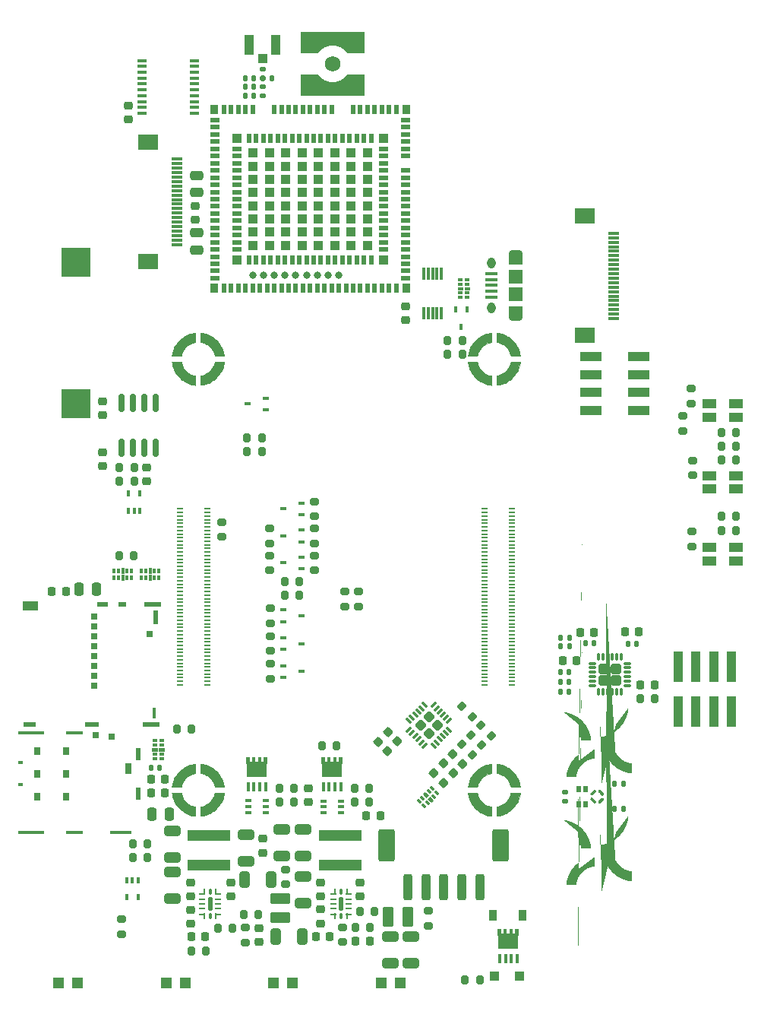
<source format=gbr>
%TF.GenerationSoftware,KiCad,Pcbnew,5.99.0-1.20210520gite8102d8.fc33*%
%TF.CreationDate,2021-05-24T11:11:45+01:00*%
%TF.ProjectId,bugg-panel-r3,62756767-2d70-4616-9e65-6c2d72332e6b,rev?*%
%TF.SameCoordinates,Original*%
%TF.FileFunction,Paste,Top*%
%TF.FilePolarity,Positive*%
%FSLAX46Y46*%
G04 Gerber Fmt 4.6, Leading zero omitted, Abs format (unit mm)*
G04 Created by KiCad (PCBNEW 5.99.0-1.20210520gite8102d8.fc33) date 2021-05-24 11:11:45*
%MOMM*%
%LPD*%
G01*
G04 APERTURE LIST*
G04 Aperture macros list*
%AMRoundRect*
0 Rectangle with rounded corners*
0 $1 Rounding radius*
0 $2 $3 $4 $5 $6 $7 $8 $9 X,Y pos of 4 corners*
0 Add a 4 corners polygon primitive as box body*
4,1,4,$2,$3,$4,$5,$6,$7,$8,$9,$2,$3,0*
0 Add four circle primitives for the rounded corners*
1,1,$1+$1,$2,$3*
1,1,$1+$1,$4,$5*
1,1,$1+$1,$6,$7*
1,1,$1+$1,$8,$9*
0 Add four rect primitives between the rounded corners*
20,1,$1+$1,$2,$3,$4,$5,0*
20,1,$1+$1,$4,$5,$6,$7,0*
20,1,$1+$1,$6,$7,$8,$9,0*
20,1,$1+$1,$8,$9,$2,$3,0*%
%AMRotRect*
0 Rectangle, with rotation*
0 The origin of the aperture is its center*
0 $1 length*
0 $2 width*
0 $3 Rotation angle, in degrees counterclockwise*
0 Add horizontal line*
21,1,$1,$2,0,0,$3*%
%AMFreePoly0*
4,1,21,1.372500,0.787500,0.862500,0.787500,0.862500,0.532500,1.372500,0.532500,1.372500,0.127500,0.862500,0.127500,0.862500,-0.127500,1.372500,-0.127500,1.372500,-0.532500,0.862500,-0.532500,0.862500,-0.787500,1.372500,-0.787500,1.372500,-1.195000,0.612500,-1.195000,0.612500,-1.117500,-0.862500,-1.117500,-0.862500,1.117500,0.612500,1.117500,0.612500,1.195000,1.372500,1.195000,
1.372500,0.787500,1.372500,0.787500,$1*%
%AMFreePoly1*
4,1,65,1.342819,1.788583,1.379146,1.738583,1.379146,1.676779,1.375388,1.671606,1.355611,1.507056,1.353581,1.502673,1.354046,1.497864,1.271662,1.125612,1.268837,1.120813,1.268742,1.115244,1.144746,0.754712,1.141396,0.750263,1.140671,0.744740,0.976661,0.400562,0.972828,0.396520,0.971483,0.391116,0.769564,0.067717,0.765299,0.064135,0.763350,0.058918,0.526119,-0.239544,
0.521476,-0.242619,0.518950,-0.247582,0.249458,-0.517272,0.244496,-0.519803,0.241424,-0.524447,-0.056866,-0.761895,-0.062082,-0.763847,-0.065661,-0.768116,-0.388913,-0.970269,-0.394316,-0.971618,-0.398355,-0.975454,-0.742414,-1.139715,-0.747936,-1.140444,-0.752382,-1.143797,-1.112824,-1.268054,-1.118393,-1.268153,-1.123191,-1.270982,-1.495381,-1.353637,-1.500191,-1.353176,-1.504572,-1.355209,
-1.671639,-1.375412,-1.676779,-1.379146,-1.738583,-1.379146,-1.788583,-1.342819,-1.807681,-1.284040,-1.807681,-0.377294,-1.788583,-0.318515,-1.738583,-0.282188,-1.714447,-0.282188,-1.570264,-0.258952,-1.276799,-0.177123,-0.996943,-0.058675,-0.734574,0.094643,-0.494004,0.280312,-0.279204,0.495265,-0.093698,0.735977,0.059429,0.998449,0.177680,1.278392,0.259298,1.571911,0.282188,1.714594,
0.282188,1.738583,0.318515,1.788583,0.377294,1.807681,1.284040,1.807681,1.342819,1.788583,1.342819,1.788583,$1*%
%AMFreePoly2*
4,1,65,-0.318515,1.788583,-0.282188,1.738583,-0.282188,1.714447,-0.258952,1.570264,-0.177123,1.276799,-0.058675,0.996943,0.094643,0.734574,0.280312,0.494004,0.495265,0.279204,0.735977,0.093698,0.998449,-0.059429,1.278392,-0.177680,1.571911,-0.259298,1.714594,-0.282188,1.738583,-0.282188,1.788583,-0.318515,1.807681,-0.377294,1.807681,-1.284040,1.788583,-1.342819,1.738583,-1.379146,
1.676779,-1.379146,1.671606,-1.375388,1.507056,-1.355611,1.502673,-1.353581,1.497864,-1.354046,1.125612,-1.271662,1.120813,-1.268837,1.115244,-1.268742,0.754712,-1.144746,0.750263,-1.141396,0.744740,-1.140671,0.400562,-0.976661,0.396520,-0.972828,0.391116,-0.971483,0.067717,-0.769564,0.064135,-0.765299,0.058918,-0.763350,-0.239544,-0.526119,-0.242619,-0.521476,-0.247582,-0.518950,
-0.517272,-0.249458,-0.519803,-0.244496,-0.524447,-0.241424,-0.761895,0.056866,-0.763847,0.062082,-0.768116,0.065661,-0.970269,0.388913,-0.971618,0.394316,-0.975454,0.398355,-1.139715,0.742414,-1.140444,0.747936,-1.143797,0.752382,-1.268054,1.112824,-1.268153,1.118393,-1.270982,1.123191,-1.353637,1.495381,-1.353176,1.500191,-1.355209,1.504572,-1.375412,1.671639,-1.379146,1.676779,
-1.379146,1.738583,-1.342819,1.788583,-1.284040,1.807681,-0.377294,1.807681,-0.318515,1.788583,-0.318515,1.788583,$1*%
%AMFreePoly3*
4,1,65,-1.671606,1.375388,-1.507056,1.355611,-1.502673,1.353581,-1.497864,1.354046,-1.125612,1.271662,-1.120811,1.268836,-1.115244,1.268741,-0.754711,1.144746,-0.750263,1.141397,-0.744741,1.140672,-0.400562,0.976661,-0.396520,0.972828,-0.391116,0.971483,-0.067717,0.769564,-0.064135,0.765299,-0.058918,0.763350,0.239544,0.526119,0.242619,0.521477,0.247583,0.518950,0.517272,0.249457,
0.519802,0.244496,0.524447,0.241424,0.761895,-0.056866,0.763847,-0.062082,0.768115,-0.065660,0.970269,-0.388913,0.971618,-0.394316,0.975454,-0.398355,1.139715,-0.742415,1.140444,-0.747935,1.143797,-0.752382,1.268054,-1.112825,1.268153,-1.118392,1.270982,-1.123190,1.353637,-1.495381,1.353176,-1.500191,1.355209,-1.504572,1.375412,-1.671639,1.379146,-1.676779,1.379146,-1.738583,
1.342819,-1.788583,1.284040,-1.807681,0.377294,-1.807681,0.318515,-1.788583,0.282188,-1.738583,0.282188,-1.714447,0.258952,-1.570262,0.177123,-1.276797,0.058675,-0.996943,-0.094646,-0.734571,-0.280312,-0.494004,-0.495269,-0.279199,-0.735972,-0.093702,-0.998449,0.059429,-1.278392,0.177680,-1.571911,0.259298,-1.714594,0.282188,-1.738583,0.282188,-1.788583,0.318515,-1.807681,0.377294,
-1.807681,1.284040,-1.788583,1.342819,-1.738583,1.379146,-1.676779,1.379146,-1.671606,1.375388,-1.671606,1.375388,$1*%
%AMFreePoly4*
4,1,65,1.788583,1.342819,1.807681,1.284040,1.807681,0.377294,1.788583,0.318515,1.738583,0.282188,1.714447,0.282188,1.570262,0.258952,1.276797,0.177123,0.996943,0.058675,0.734571,-0.094646,0.494004,-0.280312,0.279199,-0.495269,0.093702,-0.735972,-0.059429,-0.998449,-0.177680,-1.278392,-0.259298,-1.571911,-0.282188,-1.714594,-0.282188,-1.738583,-0.318515,-1.788583,-0.377294,-1.807681,
-1.284040,-1.807681,-1.342819,-1.788583,-1.379146,-1.738583,-1.379146,-1.676779,-1.375388,-1.671606,-1.355611,-1.507056,-1.353581,-1.502673,-1.354046,-1.497864,-1.271662,-1.125612,-1.268836,-1.120811,-1.268741,-1.115244,-1.144746,-0.754711,-1.141397,-0.750263,-1.140672,-0.744741,-0.976661,-0.400562,-0.972828,-0.396520,-0.971483,-0.391116,-0.769564,-0.067717,-0.765299,-0.064135,-0.763350,-0.058918,
-0.526119,0.239544,-0.521477,0.242619,-0.518950,0.247583,-0.249457,0.517272,-0.244496,0.519802,-0.241424,0.524447,0.056866,0.761895,0.062082,0.763847,0.065660,0.768115,0.388913,0.970269,0.394316,0.971618,0.398355,0.975454,0.742415,1.139715,0.747935,1.140444,0.752382,1.143797,1.112825,1.268054,1.118392,1.268153,1.123190,1.270982,1.495381,1.353637,1.500191,1.353176,
1.504572,1.355209,1.671639,1.375412,1.676779,1.379146,1.738583,1.379146,1.788583,1.342819,1.788583,1.342819,$1*%
%AMFreePoly5*
4,1,25,-1.500000,1.420000,-1.360000,1.280000,-1.205000,1.155000,-1.035000,1.045000,-0.860000,0.950000,-0.675000,0.875000,-0.480000,0.820000,-0.280000,0.780000,-0.085000,0.765000,0.085000,0.765000,0.280000,0.780000,0.480000,0.820000,0.675000,0.875000,0.860000,0.950000,1.035000,1.045000,1.205000,1.155000,1.360000,1.280000,1.500000,1.420000,1.645000,1.595000,3.555000,1.595000,
3.555000,-0.755000,-3.555000,-0.755000,-3.555000,1.595000,-1.645000,1.595000,-1.500000,1.420000,-1.500000,1.420000,$1*%
G04 Aperture macros list end*
%ADD10C,0.010000*%
%ADD11C,0.300000*%
%ADD12O,0.950000X1.250000*%
%ADD13O,1.550000X0.890000*%
%ADD14R,1.350000X0.400000*%
%ADD15R,1.550000X1.200000*%
%ADD16R,1.550000X1.500000*%
%ADD17R,0.405000X0.990000*%
%ADD18FreePoly0,90.000000*%
%ADD19R,1.200000X1.200000*%
%ADD20RoundRect,0.200000X-0.275000X0.200000X-0.275000X-0.200000X0.275000X-0.200000X0.275000X0.200000X0*%
%ADD21R,0.700000X0.450000*%
%ADD22RoundRect,0.200000X0.275000X-0.200000X0.275000X0.200000X-0.275000X0.200000X-0.275000X-0.200000X0*%
%ADD23RoundRect,0.250000X-0.250000X-1.200000X0.250000X-1.200000X0.250000X1.200000X-0.250000X1.200000X0*%
%ADD24RoundRect,0.250000X-0.650000X-1.550000X0.650000X-1.550000X0.650000X1.550000X-0.650000X1.550000X0*%
%ADD25RoundRect,0.050000X-0.287500X-0.075000X0.287500X-0.075000X0.287500X0.075000X-0.287500X0.075000X0*%
%ADD26RoundRect,0.050000X0.075000X-0.287500X0.075000X0.287500X-0.075000X0.287500X-0.075000X-0.287500X0*%
%ADD27RoundRect,0.050000X-0.275000X-0.075000X0.275000X-0.075000X0.275000X0.075000X-0.275000X0.075000X0*%
%ADD28RoundRect,0.050050X0.124950X0.274950X-0.124950X0.274950X-0.124950X-0.274950X0.124950X-0.274950X0*%
%ADD29RoundRect,0.049950X-0.175050X-0.675050X0.175050X-0.675050X0.175050X0.675050X-0.175050X0.675050X0*%
%ADD30RoundRect,0.225000X0.250000X-0.225000X0.250000X0.225000X-0.250000X0.225000X-0.250000X-0.225000X0*%
%ADD31RoundRect,0.250000X-0.475000X0.250000X-0.475000X-0.250000X0.475000X-0.250000X0.475000X0.250000X0*%
%ADD32RoundRect,0.200000X-0.200000X-0.275000X0.200000X-0.275000X0.200000X0.275000X-0.200000X0.275000X0*%
%ADD33R,0.900000X1.200000*%
%ADD34RoundRect,0.150000X0.150000X-0.825000X0.150000X0.825000X-0.150000X0.825000X-0.150000X-0.825000X0*%
%ADD35RoundRect,0.250000X-0.650000X0.325000X-0.650000X-0.325000X0.650000X-0.325000X0.650000X0.325000X0*%
%ADD36R,1.500000X1.100000*%
%ADD37RoundRect,0.225000X-0.225000X-0.250000X0.225000X-0.250000X0.225000X0.250000X-0.225000X0.250000X0*%
%ADD38R,0.450000X0.700000*%
%ADD39R,0.550000X0.300000*%
%ADD40R,0.300000X0.550000*%
%ADD41R,2.350000X1.000000*%
%ADD42RoundRect,0.200000X0.335876X0.053033X0.053033X0.335876X-0.335876X-0.053033X-0.053033X-0.335876X0*%
%ADD43RoundRect,0.135000X-0.185000X0.135000X-0.185000X-0.135000X0.185000X-0.135000X0.185000X0.135000X0*%
%ADD44R,1.050000X2.200000*%
%ADD45R,1.000000X1.050000*%
%ADD46R,0.522000X0.725000*%
%ADD47RoundRect,0.200000X0.200000X0.275000X-0.200000X0.275000X-0.200000X-0.275000X0.200000X-0.275000X0*%
%ADD48FreePoly1,90.000000*%
%ADD49FreePoly2,90.000000*%
%ADD50FreePoly3,90.000000*%
%ADD51FreePoly4,90.000000*%
%ADD52R,0.500000X1.000000*%
%ADD53R,1.000000X0.500000*%
%ADD54R,1.000000X1.000000*%
%ADD55R,0.900000X1.000000*%
%ADD56C,0.800000*%
%ADD57R,0.300000X1.400000*%
%ADD58R,1.000000X3.500000*%
%ADD59RoundRect,0.140000X-0.140000X-0.170000X0.140000X-0.170000X0.140000X0.170000X-0.140000X0.170000X0*%
%ADD60RoundRect,0.225000X0.225000X0.250000X-0.225000X0.250000X-0.225000X-0.250000X0.225000X-0.250000X0*%
%ADD61RoundRect,0.225000X-0.250000X0.225000X-0.250000X-0.225000X0.250000X-0.225000X0.250000X0.225000X0*%
%ADD62RoundRect,0.250000X-0.325000X-0.325000X0.325000X-0.325000X0.325000X0.325000X-0.325000X0.325000X0*%
%ADD63RoundRect,0.075000X-0.350000X-0.075000X0.350000X-0.075000X0.350000X0.075000X-0.350000X0.075000X0*%
%ADD64RoundRect,0.075000X-0.075000X-0.350000X0.075000X-0.350000X0.075000X0.350000X-0.075000X0.350000X0*%
%ADD65RoundRect,0.250000X0.650000X-0.325000X0.650000X0.325000X-0.650000X0.325000X-0.650000X-0.325000X0*%
%ADD66RoundRect,0.250000X0.000000X-0.388909X0.388909X0.000000X0.000000X0.388909X-0.388909X0.000000X0*%
%ADD67RoundRect,0.062500X-0.203293X-0.291682X0.291682X0.203293X0.203293X0.291682X-0.291682X-0.203293X0*%
%ADD68RoundRect,0.062500X0.203293X-0.291682X0.291682X-0.203293X-0.203293X0.291682X-0.291682X0.203293X0*%
%ADD69C,1.730000*%
%ADD70FreePoly5,180.000000*%
%ADD71FreePoly5,0.000000*%
%ADD72RoundRect,0.140000X-0.170000X0.140000X-0.170000X-0.140000X0.170000X-0.140000X0.170000X0.140000X0*%
%ADD73RoundRect,0.140000X0.140000X0.170000X-0.140000X0.170000X-0.140000X-0.170000X0.140000X-0.170000X0*%
%ADD74R,0.700000X0.200000*%
%ADD75RoundRect,0.225000X-0.017678X0.335876X-0.335876X0.017678X0.017678X-0.335876X0.335876X-0.017678X0*%
%ADD76RoundRect,0.250000X-0.375000X-0.850000X0.375000X-0.850000X0.375000X0.850000X-0.375000X0.850000X0*%
%ADD77R,1.300000X0.300000*%
%ADD78R,2.200000X1.800000*%
%ADD79R,0.400000X0.650000*%
%ADD80RoundRect,0.225000X-0.335876X-0.017678X-0.017678X-0.335876X0.335876X0.017678X0.017678X0.335876X0*%
%ADD81RoundRect,0.147500X-0.147500X-0.172500X0.147500X-0.172500X0.147500X0.172500X-0.147500X0.172500X0*%
%ADD82RoundRect,0.250000X0.475000X-0.250000X0.475000X0.250000X-0.475000X0.250000X-0.475000X-0.250000X0*%
%ADD83R,1.100000X1.100000*%
%ADD84R,1.000000X0.400000*%
%ADD85RoundRect,0.250000X-0.325000X-0.650000X0.325000X-0.650000X0.325000X0.650000X-0.325000X0.650000X0*%
%ADD86R,4.700000X1.200000*%
%ADD87RoundRect,0.250000X-0.250000X-0.475000X0.250000X-0.475000X0.250000X0.475000X-0.250000X0.475000X0*%
%ADD88R,0.700000X0.900000*%
%ADD89R,0.700000X0.700000*%
%ADD90R,0.650000X1.200000*%
%ADD91R,0.500000X1.400000*%
%ADD92R,0.600000X0.300000*%
%ADD93R,2.900000X0.450000*%
%ADD94R,0.700000X0.750000*%
%ADD95R,1.900000X0.450000*%
%ADD96R,2.400000X0.450000*%
%ADD97RotRect,0.300000X0.550000X225.000000*%
%ADD98R,0.650000X0.400000*%
%ADD99R,3.200000X3.200000*%
%ADD100RoundRect,0.135000X-0.135000X-0.185000X0.135000X-0.185000X0.135000X0.185000X-0.135000X0.185000X0*%
%ADD101RoundRect,0.135000X0.135000X0.185000X-0.135000X0.185000X-0.135000X-0.185000X0.135000X-0.185000X0*%
%ADD102R,0.700000X0.640000*%
%ADD103R,0.550000X1.550000*%
%ADD104R,0.820000X0.520000*%
%ADD105R,1.850000X0.570000*%
%ADD106R,0.450000X1.300000*%
%ADD107R,1.450000X0.570000*%
%ADD108R,1.150000X0.520000*%
%ADD109R,1.960000X0.570000*%
%ADD110R,1.650000X0.520000*%
%ADD111R,1.700000X1.010000*%
%ADD112RoundRect,0.250000X0.325000X0.650000X-0.325000X0.650000X-0.325000X-0.650000X0.325000X-0.650000X0*%
%ADD113RoundRect,0.250000X0.850000X-0.375000X0.850000X0.375000X-0.850000X0.375000X-0.850000X-0.375000X0*%
G04 APERTURE END LIST*
D10*
%TO.C,U8*%
X-12299000Y-19652200D02*
X-12839000Y-19652200D01*
X-12839000Y-19652200D02*
X-12839000Y-19362200D01*
X-12839000Y-19362200D02*
X-12299000Y-19362200D01*
X-12299000Y-19362200D02*
X-12299000Y-19652200D01*
G36*
X-12299000Y-19652200D02*
G01*
X-12839000Y-19652200D01*
X-12839000Y-19362200D01*
X-12299000Y-19362200D01*
X-12299000Y-19652200D01*
G37*
X-13069000Y-19652200D02*
X-13609000Y-19652200D01*
X-13609000Y-19652200D02*
X-13609000Y-19362200D01*
X-13609000Y-19362200D02*
X-13069000Y-19362200D01*
X-13069000Y-19362200D02*
X-13069000Y-19652200D01*
G36*
X-13069000Y-19652200D02*
G01*
X-13609000Y-19652200D01*
X-13609000Y-19362200D01*
X-13069000Y-19362200D01*
X-13069000Y-19652200D01*
G37*
%TO.C,U11*%
X-17045000Y165000D02*
X-16755000Y165000D01*
X-16755000Y165000D02*
X-16755000Y705000D01*
X-16755000Y705000D02*
X-17045000Y705000D01*
X-17045000Y705000D02*
X-17045000Y165000D01*
G36*
X-17045000Y165000D02*
G01*
X-16755000Y165000D01*
X-16755000Y705000D01*
X-17045000Y705000D01*
X-17045000Y165000D01*
G37*
X-17045000Y-605000D02*
X-16755000Y-605000D01*
X-16755000Y-605000D02*
X-16755000Y-65000D01*
X-16755000Y-65000D02*
X-17045000Y-65000D01*
X-17045000Y-65000D02*
X-17045000Y-605000D01*
G36*
X-17045000Y-605000D02*
G01*
X-16755000Y-605000D01*
X-16755000Y-65000D01*
X-17045000Y-65000D01*
X-17045000Y-605000D01*
G37*
D11*
%TO.C,MIC101*%
X36604011Y-24478761D02*
G75*
G03*
X36280000Y-24150000I-604011J-271239D01*
G01*
X35728290Y-24146200D02*
G75*
G03*
X35400000Y-24470000I271710J-603800D01*
G01*
X35395989Y-25021239D02*
G75*
G03*
X35720000Y-25350000I604011J271239D01*
G01*
X36271239Y-25354011D02*
G75*
G03*
X36600000Y-25030000I-271239J604011D01*
G01*
D10*
%TO.C,U10*%
X-13995000Y165000D02*
X-13705000Y165000D01*
X-13705000Y165000D02*
X-13705000Y705000D01*
X-13705000Y705000D02*
X-13995000Y705000D01*
X-13995000Y705000D02*
X-13995000Y165000D01*
G36*
X-13995000Y165000D02*
G01*
X-13705000Y165000D01*
X-13705000Y705000D01*
X-13995000Y705000D01*
X-13995000Y165000D01*
G37*
X-13995000Y-605000D02*
X-13705000Y-605000D01*
X-13705000Y-605000D02*
X-13705000Y-65000D01*
X-13705000Y-65000D02*
X-13995000Y-65000D01*
X-13995000Y-65000D02*
X-13995000Y-605000D01*
G36*
X-13995000Y-605000D02*
G01*
X-13705000Y-605000D01*
X-13705000Y-65000D01*
X-13995000Y-65000D01*
X-13995000Y-605000D01*
G37*
%TO.C,SP3*%
X22628000Y-24320000D02*
X22643000Y-24415000D01*
X22643000Y-24415000D02*
X22668000Y-24510000D01*
X22668000Y-24510000D02*
X22723000Y-24680000D01*
X22723000Y-24680000D02*
X22873000Y-24985000D01*
X22873000Y-24985000D02*
X22998000Y-25165000D01*
X22998000Y-25165000D02*
X23103000Y-25290000D01*
X23103000Y-25290000D02*
X23208000Y-25395000D01*
X23208000Y-25395000D02*
X23338000Y-25505000D01*
X23338000Y-25505000D02*
X23458000Y-25590000D01*
X23458000Y-25590000D02*
X23573000Y-25660000D01*
X23573000Y-25660000D02*
X23713000Y-25730000D01*
X23713000Y-25730000D02*
X23818000Y-25775000D01*
X23818000Y-25775000D02*
X23903000Y-25805000D01*
X23903000Y-25805000D02*
X24018000Y-25840000D01*
X24018000Y-25840000D02*
X24133000Y-25865000D01*
X24133000Y-25865000D02*
X24178000Y-25875000D01*
X24178000Y-25875000D02*
X24178000Y-26905000D01*
X24178000Y-26905000D02*
X24113000Y-26895000D01*
X24113000Y-26895000D02*
X23958000Y-26870000D01*
X23958000Y-26870000D02*
X23798000Y-26835000D01*
X23798000Y-26835000D02*
X23618000Y-26785000D01*
X23618000Y-26785000D02*
X23408000Y-26710000D01*
X23408000Y-26710000D02*
X23263000Y-26645000D01*
X23263000Y-26645000D02*
X23083000Y-26555000D01*
X23083000Y-26555000D02*
X22973000Y-26490000D01*
X22973000Y-26490000D02*
X22888000Y-26435000D01*
X22888000Y-26435000D02*
X22793000Y-26370000D01*
X22793000Y-26370000D02*
X22718000Y-26315000D01*
X22718000Y-26315000D02*
X22613000Y-26230000D01*
X22613000Y-26230000D02*
X22538000Y-26165000D01*
X22538000Y-26165000D02*
X22468000Y-26100000D01*
X22468000Y-26100000D02*
X22388000Y-26020000D01*
X22388000Y-26020000D02*
X22268000Y-25885000D01*
X22268000Y-25885000D02*
X22178000Y-25775000D01*
X22178000Y-25775000D02*
X22103000Y-25670000D01*
X22103000Y-25670000D02*
X21983000Y-25485000D01*
X21983000Y-25485000D02*
X21923000Y-25375000D01*
X21923000Y-25375000D02*
X21843000Y-25215000D01*
X21843000Y-25215000D02*
X21783000Y-25075000D01*
X21783000Y-25075000D02*
X21728000Y-24925000D01*
X21728000Y-24925000D02*
X21688000Y-24790000D01*
X21688000Y-24790000D02*
X21653000Y-24655000D01*
X21653000Y-24655000D02*
X21638000Y-24585000D01*
X21638000Y-24585000D02*
X21623000Y-24500000D01*
X21623000Y-24500000D02*
X21608000Y-24405000D01*
X21608000Y-24405000D02*
X21598000Y-24320000D01*
X21598000Y-24320000D02*
X22628000Y-24320000D01*
G36*
X22643000Y-24415000D02*
G01*
X22668000Y-24510000D01*
X22723000Y-24680000D01*
X22873000Y-24985000D01*
X22998000Y-25165000D01*
X23103000Y-25290000D01*
X23208000Y-25395000D01*
X23338000Y-25505000D01*
X23458000Y-25590000D01*
X23573000Y-25660000D01*
X23713000Y-25730000D01*
X23818000Y-25775000D01*
X23903000Y-25805000D01*
X24018000Y-25840000D01*
X24133000Y-25865000D01*
X24178000Y-25875000D01*
X24178000Y-26905000D01*
X24113000Y-26895000D01*
X23958000Y-26870000D01*
X23798000Y-26835000D01*
X23618000Y-26785000D01*
X23408000Y-26710000D01*
X23263000Y-26645000D01*
X23083000Y-26555000D01*
X22973000Y-26490000D01*
X22888000Y-26435000D01*
X22793000Y-26370000D01*
X22718000Y-26315000D01*
X22613000Y-26230000D01*
X22538000Y-26165000D01*
X22468000Y-26100000D01*
X22388000Y-26020000D01*
X22268000Y-25885000D01*
X22178000Y-25775000D01*
X22103000Y-25670000D01*
X21983000Y-25485000D01*
X21923000Y-25375000D01*
X21843000Y-25215000D01*
X21783000Y-25075000D01*
X21728000Y-24925000D01*
X21688000Y-24790000D01*
X21653000Y-24655000D01*
X21638000Y-24585000D01*
X21623000Y-24500000D01*
X21608000Y-24405000D01*
X21598000Y-24320000D01*
X22628000Y-24320000D01*
X22643000Y-24415000D01*
G37*
X22643000Y-24415000D02*
X22668000Y-24510000D01*
X22723000Y-24680000D01*
X22873000Y-24985000D01*
X22998000Y-25165000D01*
X23103000Y-25290000D01*
X23208000Y-25395000D01*
X23338000Y-25505000D01*
X23458000Y-25590000D01*
X23573000Y-25660000D01*
X23713000Y-25730000D01*
X23818000Y-25775000D01*
X23903000Y-25805000D01*
X24018000Y-25840000D01*
X24133000Y-25865000D01*
X24178000Y-25875000D01*
X24178000Y-26905000D01*
X24113000Y-26895000D01*
X23958000Y-26870000D01*
X23798000Y-26835000D01*
X23618000Y-26785000D01*
X23408000Y-26710000D01*
X23263000Y-26645000D01*
X23083000Y-26555000D01*
X22973000Y-26490000D01*
X22888000Y-26435000D01*
X22793000Y-26370000D01*
X22718000Y-26315000D01*
X22613000Y-26230000D01*
X22538000Y-26165000D01*
X22468000Y-26100000D01*
X22388000Y-26020000D01*
X22268000Y-25885000D01*
X22178000Y-25775000D01*
X22103000Y-25670000D01*
X21983000Y-25485000D01*
X21923000Y-25375000D01*
X21843000Y-25215000D01*
X21783000Y-25075000D01*
X21728000Y-24925000D01*
X21688000Y-24790000D01*
X21653000Y-24655000D01*
X21638000Y-24585000D01*
X21623000Y-24500000D01*
X21608000Y-24405000D01*
X21598000Y-24320000D01*
X22628000Y-24320000D01*
X22643000Y-24415000D01*
X26370401Y-23682903D02*
X26355401Y-23587903D01*
X26355401Y-23587903D02*
X26330401Y-23492903D01*
X26330401Y-23492903D02*
X26275401Y-23322903D01*
X26275401Y-23322903D02*
X26125401Y-23017903D01*
X26125401Y-23017903D02*
X26000401Y-22837903D01*
X26000401Y-22837903D02*
X25895401Y-22712903D01*
X25895401Y-22712903D02*
X25790401Y-22607903D01*
X25790401Y-22607903D02*
X25660401Y-22497903D01*
X25660401Y-22497903D02*
X25540401Y-22412903D01*
X25540401Y-22412903D02*
X25425401Y-22342903D01*
X25425401Y-22342903D02*
X25285401Y-22272903D01*
X25285401Y-22272903D02*
X25180401Y-22227903D01*
X25180401Y-22227903D02*
X25095401Y-22197903D01*
X25095401Y-22197903D02*
X24980401Y-22162903D01*
X24980401Y-22162903D02*
X24865401Y-22137903D01*
X24865401Y-22137903D02*
X24820401Y-22127903D01*
X24820401Y-22127903D02*
X24820401Y-21097903D01*
X24820401Y-21097903D02*
X24885401Y-21107903D01*
X24885401Y-21107903D02*
X25040401Y-21132903D01*
X25040401Y-21132903D02*
X25200401Y-21167903D01*
X25200401Y-21167903D02*
X25380401Y-21217903D01*
X25380401Y-21217903D02*
X25590401Y-21292903D01*
X25590401Y-21292903D02*
X25735401Y-21357903D01*
X25735401Y-21357903D02*
X25915401Y-21447903D01*
X25915401Y-21447903D02*
X26025401Y-21512903D01*
X26025401Y-21512903D02*
X26110401Y-21567903D01*
X26110401Y-21567903D02*
X26205401Y-21632903D01*
X26205401Y-21632903D02*
X26280401Y-21687903D01*
X26280401Y-21687903D02*
X26385401Y-21772903D01*
X26385401Y-21772903D02*
X26460401Y-21837903D01*
X26460401Y-21837903D02*
X26530401Y-21902903D01*
X26530401Y-21902903D02*
X26610401Y-21982903D01*
X26610401Y-21982903D02*
X26730401Y-22117903D01*
X26730401Y-22117903D02*
X26820401Y-22227903D01*
X26820401Y-22227903D02*
X26895401Y-22332903D01*
X26895401Y-22332903D02*
X27015401Y-22517903D01*
X27015401Y-22517903D02*
X27075401Y-22627903D01*
X27075401Y-22627903D02*
X27155401Y-22787903D01*
X27155401Y-22787903D02*
X27215401Y-22927903D01*
X27215401Y-22927903D02*
X27270401Y-23077903D01*
X27270401Y-23077903D02*
X27310401Y-23212903D01*
X27310401Y-23212903D02*
X27345401Y-23347903D01*
X27345401Y-23347903D02*
X27360401Y-23417903D01*
X27360401Y-23417903D02*
X27375401Y-23502903D01*
X27375401Y-23502903D02*
X27390401Y-23597903D01*
X27390401Y-23597903D02*
X27400401Y-23682903D01*
X27400401Y-23682903D02*
X26370401Y-23682903D01*
G36*
X24885401Y-21107903D02*
G01*
X25040401Y-21132903D01*
X25200401Y-21167903D01*
X25380401Y-21217903D01*
X25590401Y-21292903D01*
X25735401Y-21357903D01*
X25915401Y-21447903D01*
X26025401Y-21512903D01*
X26110401Y-21567903D01*
X26205401Y-21632903D01*
X26280401Y-21687903D01*
X26385401Y-21772903D01*
X26460401Y-21837903D01*
X26530401Y-21902903D01*
X26610401Y-21982903D01*
X26730401Y-22117903D01*
X26820401Y-22227903D01*
X26895401Y-22332903D01*
X27015401Y-22517903D01*
X27075401Y-22627903D01*
X27155401Y-22787903D01*
X27215401Y-22927903D01*
X27270401Y-23077903D01*
X27310401Y-23212903D01*
X27345401Y-23347903D01*
X27360401Y-23417903D01*
X27375401Y-23502903D01*
X27390401Y-23597903D01*
X27400401Y-23682903D01*
X26370401Y-23682903D01*
X26355401Y-23587903D01*
X26330401Y-23492903D01*
X26275401Y-23322903D01*
X26125401Y-23017903D01*
X26000401Y-22837903D01*
X25895401Y-22712903D01*
X25790401Y-22607903D01*
X25660401Y-22497903D01*
X25540401Y-22412903D01*
X25425401Y-22342903D01*
X25285401Y-22272903D01*
X25180401Y-22227903D01*
X25095401Y-22197903D01*
X24980401Y-22162903D01*
X24865401Y-22137903D01*
X24820401Y-22127903D01*
X24820401Y-21097903D01*
X24885401Y-21107903D01*
G37*
X24885401Y-21107903D02*
X25040401Y-21132903D01*
X25200401Y-21167903D01*
X25380401Y-21217903D01*
X25590401Y-21292903D01*
X25735401Y-21357903D01*
X25915401Y-21447903D01*
X26025401Y-21512903D01*
X26110401Y-21567903D01*
X26205401Y-21632903D01*
X26280401Y-21687903D01*
X26385401Y-21772903D01*
X26460401Y-21837903D01*
X26530401Y-21902903D01*
X26610401Y-21982903D01*
X26730401Y-22117903D01*
X26820401Y-22227903D01*
X26895401Y-22332903D01*
X27015401Y-22517903D01*
X27075401Y-22627903D01*
X27155401Y-22787903D01*
X27215401Y-22927903D01*
X27270401Y-23077903D01*
X27310401Y-23212903D01*
X27345401Y-23347903D01*
X27360401Y-23417903D01*
X27375401Y-23502903D01*
X27390401Y-23597903D01*
X27400401Y-23682903D01*
X26370401Y-23682903D01*
X26355401Y-23587903D01*
X26330401Y-23492903D01*
X26275401Y-23322903D01*
X26125401Y-23017903D01*
X26000401Y-22837903D01*
X25895401Y-22712903D01*
X25790401Y-22607903D01*
X25660401Y-22497903D01*
X25540401Y-22412903D01*
X25425401Y-22342903D01*
X25285401Y-22272903D01*
X25180401Y-22227903D01*
X25095401Y-22197903D01*
X24980401Y-22162903D01*
X24865401Y-22137903D01*
X24820401Y-22127903D01*
X24820401Y-21097903D01*
X24885401Y-21107903D01*
X24820000Y-25871000D02*
X24915000Y-25856000D01*
X24915000Y-25856000D02*
X25010000Y-25831000D01*
X25010000Y-25831000D02*
X25180000Y-25776000D01*
X25180000Y-25776000D02*
X25485000Y-25626000D01*
X25485000Y-25626000D02*
X25665000Y-25501000D01*
X25665000Y-25501000D02*
X25790000Y-25396000D01*
X25790000Y-25396000D02*
X25895000Y-25291000D01*
X25895000Y-25291000D02*
X26005000Y-25161000D01*
X26005000Y-25161000D02*
X26090000Y-25041000D01*
X26090000Y-25041000D02*
X26160000Y-24926000D01*
X26160000Y-24926000D02*
X26230000Y-24786000D01*
X26230000Y-24786000D02*
X26275000Y-24681000D01*
X26275000Y-24681000D02*
X26305000Y-24596000D01*
X26305000Y-24596000D02*
X26340000Y-24481000D01*
X26340000Y-24481000D02*
X26365000Y-24366000D01*
X26365000Y-24366000D02*
X26375000Y-24321000D01*
X26375000Y-24321000D02*
X27405000Y-24321000D01*
X27405000Y-24321000D02*
X27395000Y-24386000D01*
X27395000Y-24386000D02*
X27370000Y-24541000D01*
X27370000Y-24541000D02*
X27335000Y-24701000D01*
X27335000Y-24701000D02*
X27285000Y-24881000D01*
X27285000Y-24881000D02*
X27210000Y-25091000D01*
X27210000Y-25091000D02*
X27145000Y-25236000D01*
X27145000Y-25236000D02*
X27055000Y-25416000D01*
X27055000Y-25416000D02*
X26990000Y-25526000D01*
X26990000Y-25526000D02*
X26935000Y-25611000D01*
X26935000Y-25611000D02*
X26870000Y-25706000D01*
X26870000Y-25706000D02*
X26815000Y-25781000D01*
X26815000Y-25781000D02*
X26730000Y-25886000D01*
X26730000Y-25886000D02*
X26665000Y-25961000D01*
X26665000Y-25961000D02*
X26600000Y-26031000D01*
X26600000Y-26031000D02*
X26520000Y-26111000D01*
X26520000Y-26111000D02*
X26385000Y-26231000D01*
X26385000Y-26231000D02*
X26275000Y-26321000D01*
X26275000Y-26321000D02*
X26170000Y-26396000D01*
X26170000Y-26396000D02*
X25985000Y-26516000D01*
X25985000Y-26516000D02*
X25875000Y-26576000D01*
X25875000Y-26576000D02*
X25715000Y-26656000D01*
X25715000Y-26656000D02*
X25575000Y-26716000D01*
X25575000Y-26716000D02*
X25425000Y-26771000D01*
X25425000Y-26771000D02*
X25290000Y-26811000D01*
X25290000Y-26811000D02*
X25155000Y-26846000D01*
X25155000Y-26846000D02*
X25085000Y-26861000D01*
X25085000Y-26861000D02*
X25000000Y-26876000D01*
X25000000Y-26876000D02*
X24905000Y-26891000D01*
X24905000Y-26891000D02*
X24820000Y-26901000D01*
X24820000Y-26901000D02*
X24820000Y-25871000D01*
G36*
X27395000Y-24386000D02*
G01*
X27370000Y-24541000D01*
X27335000Y-24701000D01*
X27285000Y-24881000D01*
X27210000Y-25091000D01*
X27145000Y-25236000D01*
X27055000Y-25416000D01*
X26990000Y-25526000D01*
X26935000Y-25611000D01*
X26870000Y-25706000D01*
X26815000Y-25781000D01*
X26730000Y-25886000D01*
X26665000Y-25961000D01*
X26600000Y-26031000D01*
X26520000Y-26111000D01*
X26385000Y-26231000D01*
X26275000Y-26321000D01*
X26170000Y-26396000D01*
X25985000Y-26516000D01*
X25875000Y-26576000D01*
X25715000Y-26656000D01*
X25575000Y-26716000D01*
X25425000Y-26771000D01*
X25290000Y-26811000D01*
X25155000Y-26846000D01*
X25085000Y-26861000D01*
X25000000Y-26876000D01*
X24905000Y-26891000D01*
X24820000Y-26901000D01*
X24820000Y-25871000D01*
X24915000Y-25856000D01*
X25010000Y-25831000D01*
X25180000Y-25776000D01*
X25485000Y-25626000D01*
X25665000Y-25501000D01*
X25790000Y-25396000D01*
X25895000Y-25291000D01*
X26005000Y-25161000D01*
X26090000Y-25041000D01*
X26160000Y-24926000D01*
X26230000Y-24786000D01*
X26275000Y-24681000D01*
X26305000Y-24596000D01*
X26340000Y-24481000D01*
X26365000Y-24366000D01*
X26375000Y-24321000D01*
X27405000Y-24321000D01*
X27395000Y-24386000D01*
G37*
X27395000Y-24386000D02*
X27370000Y-24541000D01*
X27335000Y-24701000D01*
X27285000Y-24881000D01*
X27210000Y-25091000D01*
X27145000Y-25236000D01*
X27055000Y-25416000D01*
X26990000Y-25526000D01*
X26935000Y-25611000D01*
X26870000Y-25706000D01*
X26815000Y-25781000D01*
X26730000Y-25886000D01*
X26665000Y-25961000D01*
X26600000Y-26031000D01*
X26520000Y-26111000D01*
X26385000Y-26231000D01*
X26275000Y-26321000D01*
X26170000Y-26396000D01*
X25985000Y-26516000D01*
X25875000Y-26576000D01*
X25715000Y-26656000D01*
X25575000Y-26716000D01*
X25425000Y-26771000D01*
X25290000Y-26811000D01*
X25155000Y-26846000D01*
X25085000Y-26861000D01*
X25000000Y-26876000D01*
X24905000Y-26891000D01*
X24820000Y-26901000D01*
X24820000Y-25871000D01*
X24915000Y-25856000D01*
X25010000Y-25831000D01*
X25180000Y-25776000D01*
X25485000Y-25626000D01*
X25665000Y-25501000D01*
X25790000Y-25396000D01*
X25895000Y-25291000D01*
X26005000Y-25161000D01*
X26090000Y-25041000D01*
X26160000Y-24926000D01*
X26230000Y-24786000D01*
X26275000Y-24681000D01*
X26305000Y-24596000D01*
X26340000Y-24481000D01*
X26365000Y-24366000D01*
X26375000Y-24321000D01*
X27405000Y-24321000D01*
X27395000Y-24386000D01*
X24180000Y-22130000D02*
X24085000Y-22145000D01*
X24085000Y-22145000D02*
X23990000Y-22170000D01*
X23990000Y-22170000D02*
X23820000Y-22225000D01*
X23820000Y-22225000D02*
X23515000Y-22375000D01*
X23515000Y-22375000D02*
X23335000Y-22500000D01*
X23335000Y-22500000D02*
X23210000Y-22605000D01*
X23210000Y-22605000D02*
X23105000Y-22710000D01*
X23105000Y-22710000D02*
X22995000Y-22840000D01*
X22995000Y-22840000D02*
X22910000Y-22960000D01*
X22910000Y-22960000D02*
X22840000Y-23075000D01*
X22840000Y-23075000D02*
X22770000Y-23215000D01*
X22770000Y-23215000D02*
X22725000Y-23320000D01*
X22725000Y-23320000D02*
X22695000Y-23405000D01*
X22695000Y-23405000D02*
X22660000Y-23520000D01*
X22660000Y-23520000D02*
X22635000Y-23635000D01*
X22635000Y-23635000D02*
X22625000Y-23680000D01*
X22625000Y-23680000D02*
X21595000Y-23680000D01*
X21595000Y-23680000D02*
X21605000Y-23615000D01*
X21605000Y-23615000D02*
X21630000Y-23460000D01*
X21630000Y-23460000D02*
X21665000Y-23300000D01*
X21665000Y-23300000D02*
X21715000Y-23120000D01*
X21715000Y-23120000D02*
X21790000Y-22910000D01*
X21790000Y-22910000D02*
X21855000Y-22765000D01*
X21855000Y-22765000D02*
X21945000Y-22585000D01*
X21945000Y-22585000D02*
X22010000Y-22475000D01*
X22010000Y-22475000D02*
X22065000Y-22390000D01*
X22065000Y-22390000D02*
X22130000Y-22295000D01*
X22130000Y-22295000D02*
X22185000Y-22220000D01*
X22185000Y-22220000D02*
X22270000Y-22115000D01*
X22270000Y-22115000D02*
X22335000Y-22040000D01*
X22335000Y-22040000D02*
X22400000Y-21970000D01*
X22400000Y-21970000D02*
X22480000Y-21890000D01*
X22480000Y-21890000D02*
X22615000Y-21770000D01*
X22615000Y-21770000D02*
X22725000Y-21680000D01*
X22725000Y-21680000D02*
X22830000Y-21605000D01*
X22830000Y-21605000D02*
X23015000Y-21485000D01*
X23015000Y-21485000D02*
X23125000Y-21425000D01*
X23125000Y-21425000D02*
X23285000Y-21345000D01*
X23285000Y-21345000D02*
X23425000Y-21285000D01*
X23425000Y-21285000D02*
X23575000Y-21230000D01*
X23575000Y-21230000D02*
X23710000Y-21190000D01*
X23710000Y-21190000D02*
X23845000Y-21155000D01*
X23845000Y-21155000D02*
X23915000Y-21140000D01*
X23915000Y-21140000D02*
X24000000Y-21125000D01*
X24000000Y-21125000D02*
X24095000Y-21110000D01*
X24095000Y-21110000D02*
X24180000Y-21100000D01*
X24180000Y-21100000D02*
X24180000Y-22130000D01*
G36*
X24180000Y-22130000D02*
G01*
X24085000Y-22145000D01*
X23990000Y-22170000D01*
X23820000Y-22225000D01*
X23515000Y-22375000D01*
X23335000Y-22500000D01*
X23210000Y-22605000D01*
X23105000Y-22710000D01*
X22995000Y-22840000D01*
X22910000Y-22960000D01*
X22840000Y-23075000D01*
X22770000Y-23215000D01*
X22725000Y-23320000D01*
X22695000Y-23405000D01*
X22660000Y-23520000D01*
X22635000Y-23635000D01*
X22625000Y-23680000D01*
X21595000Y-23680000D01*
X21605000Y-23615000D01*
X21630000Y-23460000D01*
X21665000Y-23300000D01*
X21715000Y-23120000D01*
X21790000Y-22910000D01*
X21855000Y-22765000D01*
X21945000Y-22585000D01*
X22010000Y-22475000D01*
X22065000Y-22390000D01*
X22130000Y-22295000D01*
X22185000Y-22220000D01*
X22270000Y-22115000D01*
X22335000Y-22040000D01*
X22400000Y-21970000D01*
X22480000Y-21890000D01*
X22615000Y-21770000D01*
X22725000Y-21680000D01*
X22830000Y-21605000D01*
X23015000Y-21485000D01*
X23125000Y-21425000D01*
X23285000Y-21345000D01*
X23425000Y-21285000D01*
X23575000Y-21230000D01*
X23710000Y-21190000D01*
X23845000Y-21155000D01*
X23915000Y-21140000D01*
X24000000Y-21125000D01*
X24095000Y-21110000D01*
X24180000Y-21100000D01*
X24180000Y-22130000D01*
G37*
X24180000Y-22130000D02*
X24085000Y-22145000D01*
X23990000Y-22170000D01*
X23820000Y-22225000D01*
X23515000Y-22375000D01*
X23335000Y-22500000D01*
X23210000Y-22605000D01*
X23105000Y-22710000D01*
X22995000Y-22840000D01*
X22910000Y-22960000D01*
X22840000Y-23075000D01*
X22770000Y-23215000D01*
X22725000Y-23320000D01*
X22695000Y-23405000D01*
X22660000Y-23520000D01*
X22635000Y-23635000D01*
X22625000Y-23680000D01*
X21595000Y-23680000D01*
X21605000Y-23615000D01*
X21630000Y-23460000D01*
X21665000Y-23300000D01*
X21715000Y-23120000D01*
X21790000Y-22910000D01*
X21855000Y-22765000D01*
X21945000Y-22585000D01*
X22010000Y-22475000D01*
X22065000Y-22390000D01*
X22130000Y-22295000D01*
X22185000Y-22220000D01*
X22270000Y-22115000D01*
X22335000Y-22040000D01*
X22400000Y-21970000D01*
X22480000Y-21890000D01*
X22615000Y-21770000D01*
X22725000Y-21680000D01*
X22830000Y-21605000D01*
X23015000Y-21485000D01*
X23125000Y-21425000D01*
X23285000Y-21345000D01*
X23425000Y-21285000D01*
X23575000Y-21230000D01*
X23710000Y-21190000D01*
X23845000Y-21155000D01*
X23915000Y-21140000D01*
X24000000Y-21125000D01*
X24095000Y-21110000D01*
X24180000Y-21100000D01*
X24180000Y-22130000D01*
%TO.C,SP1*%
X-10372000Y23680000D02*
X-10357000Y23585000D01*
X-10357000Y23585000D02*
X-10332000Y23490000D01*
X-10332000Y23490000D02*
X-10277000Y23320000D01*
X-10277000Y23320000D02*
X-10127000Y23015000D01*
X-10127000Y23015000D02*
X-10002000Y22835000D01*
X-10002000Y22835000D02*
X-9897000Y22710000D01*
X-9897000Y22710000D02*
X-9792000Y22605000D01*
X-9792000Y22605000D02*
X-9662000Y22495000D01*
X-9662000Y22495000D02*
X-9542000Y22410000D01*
X-9542000Y22410000D02*
X-9427000Y22340000D01*
X-9427000Y22340000D02*
X-9287000Y22270000D01*
X-9287000Y22270000D02*
X-9182000Y22225000D01*
X-9182000Y22225000D02*
X-9097000Y22195000D01*
X-9097000Y22195000D02*
X-8982000Y22160000D01*
X-8982000Y22160000D02*
X-8867000Y22135000D01*
X-8867000Y22135000D02*
X-8822000Y22125000D01*
X-8822000Y22125000D02*
X-8822000Y21095000D01*
X-8822000Y21095000D02*
X-8887000Y21105000D01*
X-8887000Y21105000D02*
X-9042000Y21130000D01*
X-9042000Y21130000D02*
X-9202000Y21165000D01*
X-9202000Y21165000D02*
X-9382000Y21215000D01*
X-9382000Y21215000D02*
X-9592000Y21290000D01*
X-9592000Y21290000D02*
X-9737000Y21355000D01*
X-9737000Y21355000D02*
X-9917000Y21445000D01*
X-9917000Y21445000D02*
X-10027000Y21510000D01*
X-10027000Y21510000D02*
X-10112000Y21565000D01*
X-10112000Y21565000D02*
X-10207000Y21630000D01*
X-10207000Y21630000D02*
X-10282000Y21685000D01*
X-10282000Y21685000D02*
X-10387000Y21770000D01*
X-10387000Y21770000D02*
X-10462000Y21835000D01*
X-10462000Y21835000D02*
X-10532000Y21900000D01*
X-10532000Y21900000D02*
X-10612000Y21980000D01*
X-10612000Y21980000D02*
X-10732000Y22115000D01*
X-10732000Y22115000D02*
X-10822000Y22225000D01*
X-10822000Y22225000D02*
X-10897000Y22330000D01*
X-10897000Y22330000D02*
X-11017000Y22515000D01*
X-11017000Y22515000D02*
X-11077000Y22625000D01*
X-11077000Y22625000D02*
X-11157000Y22785000D01*
X-11157000Y22785000D02*
X-11217000Y22925000D01*
X-11217000Y22925000D02*
X-11272000Y23075000D01*
X-11272000Y23075000D02*
X-11312000Y23210000D01*
X-11312000Y23210000D02*
X-11347000Y23345000D01*
X-11347000Y23345000D02*
X-11362000Y23415000D01*
X-11362000Y23415000D02*
X-11377000Y23500000D01*
X-11377000Y23500000D02*
X-11392000Y23595000D01*
X-11392000Y23595000D02*
X-11402000Y23680000D01*
X-11402000Y23680000D02*
X-10372000Y23680000D01*
G36*
X-10357000Y23585000D02*
G01*
X-10332000Y23490000D01*
X-10277000Y23320000D01*
X-10127000Y23015000D01*
X-10002000Y22835000D01*
X-9897000Y22710000D01*
X-9792000Y22605000D01*
X-9662000Y22495000D01*
X-9542000Y22410000D01*
X-9427000Y22340000D01*
X-9287000Y22270000D01*
X-9182000Y22225000D01*
X-9097000Y22195000D01*
X-8982000Y22160000D01*
X-8867000Y22135000D01*
X-8822000Y22125000D01*
X-8822000Y21095000D01*
X-8887000Y21105000D01*
X-9042000Y21130000D01*
X-9202000Y21165000D01*
X-9382000Y21215000D01*
X-9592000Y21290000D01*
X-9737000Y21355000D01*
X-9917000Y21445000D01*
X-10027000Y21510000D01*
X-10112000Y21565000D01*
X-10207000Y21630000D01*
X-10282000Y21685000D01*
X-10387000Y21770000D01*
X-10462000Y21835000D01*
X-10532000Y21900000D01*
X-10612000Y21980000D01*
X-10732000Y22115000D01*
X-10822000Y22225000D01*
X-10897000Y22330000D01*
X-11017000Y22515000D01*
X-11077000Y22625000D01*
X-11157000Y22785000D01*
X-11217000Y22925000D01*
X-11272000Y23075000D01*
X-11312000Y23210000D01*
X-11347000Y23345000D01*
X-11362000Y23415000D01*
X-11377000Y23500000D01*
X-11392000Y23595000D01*
X-11402000Y23680000D01*
X-10372000Y23680000D01*
X-10357000Y23585000D01*
G37*
X-10357000Y23585000D02*
X-10332000Y23490000D01*
X-10277000Y23320000D01*
X-10127000Y23015000D01*
X-10002000Y22835000D01*
X-9897000Y22710000D01*
X-9792000Y22605000D01*
X-9662000Y22495000D01*
X-9542000Y22410000D01*
X-9427000Y22340000D01*
X-9287000Y22270000D01*
X-9182000Y22225000D01*
X-9097000Y22195000D01*
X-8982000Y22160000D01*
X-8867000Y22135000D01*
X-8822000Y22125000D01*
X-8822000Y21095000D01*
X-8887000Y21105000D01*
X-9042000Y21130000D01*
X-9202000Y21165000D01*
X-9382000Y21215000D01*
X-9592000Y21290000D01*
X-9737000Y21355000D01*
X-9917000Y21445000D01*
X-10027000Y21510000D01*
X-10112000Y21565000D01*
X-10207000Y21630000D01*
X-10282000Y21685000D01*
X-10387000Y21770000D01*
X-10462000Y21835000D01*
X-10532000Y21900000D01*
X-10612000Y21980000D01*
X-10732000Y22115000D01*
X-10822000Y22225000D01*
X-10897000Y22330000D01*
X-11017000Y22515000D01*
X-11077000Y22625000D01*
X-11157000Y22785000D01*
X-11217000Y22925000D01*
X-11272000Y23075000D01*
X-11312000Y23210000D01*
X-11347000Y23345000D01*
X-11362000Y23415000D01*
X-11377000Y23500000D01*
X-11392000Y23595000D01*
X-11402000Y23680000D01*
X-10372000Y23680000D01*
X-10357000Y23585000D01*
X-8820000Y25870000D02*
X-8915000Y25855000D01*
X-8915000Y25855000D02*
X-9010000Y25830000D01*
X-9010000Y25830000D02*
X-9180000Y25775000D01*
X-9180000Y25775000D02*
X-9485000Y25625000D01*
X-9485000Y25625000D02*
X-9665000Y25500000D01*
X-9665000Y25500000D02*
X-9790000Y25395000D01*
X-9790000Y25395000D02*
X-9895000Y25290000D01*
X-9895000Y25290000D02*
X-10005000Y25160000D01*
X-10005000Y25160000D02*
X-10090000Y25040000D01*
X-10090000Y25040000D02*
X-10160000Y24925000D01*
X-10160000Y24925000D02*
X-10230000Y24785000D01*
X-10230000Y24785000D02*
X-10275000Y24680000D01*
X-10275000Y24680000D02*
X-10305000Y24595000D01*
X-10305000Y24595000D02*
X-10340000Y24480000D01*
X-10340000Y24480000D02*
X-10365000Y24365000D01*
X-10365000Y24365000D02*
X-10375000Y24320000D01*
X-10375000Y24320000D02*
X-11405000Y24320000D01*
X-11405000Y24320000D02*
X-11395000Y24385000D01*
X-11395000Y24385000D02*
X-11370000Y24540000D01*
X-11370000Y24540000D02*
X-11335000Y24700000D01*
X-11335000Y24700000D02*
X-11285000Y24880000D01*
X-11285000Y24880000D02*
X-11210000Y25090000D01*
X-11210000Y25090000D02*
X-11145000Y25235000D01*
X-11145000Y25235000D02*
X-11055000Y25415000D01*
X-11055000Y25415000D02*
X-10990000Y25525000D01*
X-10990000Y25525000D02*
X-10935000Y25610000D01*
X-10935000Y25610000D02*
X-10870000Y25705000D01*
X-10870000Y25705000D02*
X-10815000Y25780000D01*
X-10815000Y25780000D02*
X-10730000Y25885000D01*
X-10730000Y25885000D02*
X-10665000Y25960000D01*
X-10665000Y25960000D02*
X-10600000Y26030000D01*
X-10600000Y26030000D02*
X-10520000Y26110000D01*
X-10520000Y26110000D02*
X-10385000Y26230000D01*
X-10385000Y26230000D02*
X-10275000Y26320000D01*
X-10275000Y26320000D02*
X-10170000Y26395000D01*
X-10170000Y26395000D02*
X-9985000Y26515000D01*
X-9985000Y26515000D02*
X-9875000Y26575000D01*
X-9875000Y26575000D02*
X-9715000Y26655000D01*
X-9715000Y26655000D02*
X-9575000Y26715000D01*
X-9575000Y26715000D02*
X-9425000Y26770000D01*
X-9425000Y26770000D02*
X-9290000Y26810000D01*
X-9290000Y26810000D02*
X-9155000Y26845000D01*
X-9155000Y26845000D02*
X-9085000Y26860000D01*
X-9085000Y26860000D02*
X-9000000Y26875000D01*
X-9000000Y26875000D02*
X-8905000Y26890000D01*
X-8905000Y26890000D02*
X-8820000Y26900000D01*
X-8820000Y26900000D02*
X-8820000Y25870000D01*
G36*
X-8820000Y25870000D02*
G01*
X-8915000Y25855000D01*
X-9010000Y25830000D01*
X-9180000Y25775000D01*
X-9485000Y25625000D01*
X-9665000Y25500000D01*
X-9790000Y25395000D01*
X-9895000Y25290000D01*
X-10005000Y25160000D01*
X-10090000Y25040000D01*
X-10160000Y24925000D01*
X-10230000Y24785000D01*
X-10275000Y24680000D01*
X-10305000Y24595000D01*
X-10340000Y24480000D01*
X-10365000Y24365000D01*
X-10375000Y24320000D01*
X-11405000Y24320000D01*
X-11395000Y24385000D01*
X-11370000Y24540000D01*
X-11335000Y24700000D01*
X-11285000Y24880000D01*
X-11210000Y25090000D01*
X-11145000Y25235000D01*
X-11055000Y25415000D01*
X-10990000Y25525000D01*
X-10935000Y25610000D01*
X-10870000Y25705000D01*
X-10815000Y25780000D01*
X-10730000Y25885000D01*
X-10665000Y25960000D01*
X-10600000Y26030000D01*
X-10520000Y26110000D01*
X-10385000Y26230000D01*
X-10275000Y26320000D01*
X-10170000Y26395000D01*
X-9985000Y26515000D01*
X-9875000Y26575000D01*
X-9715000Y26655000D01*
X-9575000Y26715000D01*
X-9425000Y26770000D01*
X-9290000Y26810000D01*
X-9155000Y26845000D01*
X-9085000Y26860000D01*
X-9000000Y26875000D01*
X-8905000Y26890000D01*
X-8820000Y26900000D01*
X-8820000Y25870000D01*
G37*
X-8820000Y25870000D02*
X-8915000Y25855000D01*
X-9010000Y25830000D01*
X-9180000Y25775000D01*
X-9485000Y25625000D01*
X-9665000Y25500000D01*
X-9790000Y25395000D01*
X-9895000Y25290000D01*
X-10005000Y25160000D01*
X-10090000Y25040000D01*
X-10160000Y24925000D01*
X-10230000Y24785000D01*
X-10275000Y24680000D01*
X-10305000Y24595000D01*
X-10340000Y24480000D01*
X-10365000Y24365000D01*
X-10375000Y24320000D01*
X-11405000Y24320000D01*
X-11395000Y24385000D01*
X-11370000Y24540000D01*
X-11335000Y24700000D01*
X-11285000Y24880000D01*
X-11210000Y25090000D01*
X-11145000Y25235000D01*
X-11055000Y25415000D01*
X-10990000Y25525000D01*
X-10935000Y25610000D01*
X-10870000Y25705000D01*
X-10815000Y25780000D01*
X-10730000Y25885000D01*
X-10665000Y25960000D01*
X-10600000Y26030000D01*
X-10520000Y26110000D01*
X-10385000Y26230000D01*
X-10275000Y26320000D01*
X-10170000Y26395000D01*
X-9985000Y26515000D01*
X-9875000Y26575000D01*
X-9715000Y26655000D01*
X-9575000Y26715000D01*
X-9425000Y26770000D01*
X-9290000Y26810000D01*
X-9155000Y26845000D01*
X-9085000Y26860000D01*
X-9000000Y26875000D01*
X-8905000Y26890000D01*
X-8820000Y26900000D01*
X-8820000Y25870000D01*
X-6629599Y24317097D02*
X-6644599Y24412097D01*
X-6644599Y24412097D02*
X-6669599Y24507097D01*
X-6669599Y24507097D02*
X-6724599Y24677097D01*
X-6724599Y24677097D02*
X-6874599Y24982097D01*
X-6874599Y24982097D02*
X-6999599Y25162097D01*
X-6999599Y25162097D02*
X-7104599Y25287097D01*
X-7104599Y25287097D02*
X-7209599Y25392097D01*
X-7209599Y25392097D02*
X-7339599Y25502097D01*
X-7339599Y25502097D02*
X-7459599Y25587097D01*
X-7459599Y25587097D02*
X-7574599Y25657097D01*
X-7574599Y25657097D02*
X-7714599Y25727097D01*
X-7714599Y25727097D02*
X-7819599Y25772097D01*
X-7819599Y25772097D02*
X-7904599Y25802097D01*
X-7904599Y25802097D02*
X-8019599Y25837097D01*
X-8019599Y25837097D02*
X-8134599Y25862097D01*
X-8134599Y25862097D02*
X-8179599Y25872097D01*
X-8179599Y25872097D02*
X-8179599Y26902097D01*
X-8179599Y26902097D02*
X-8114599Y26892097D01*
X-8114599Y26892097D02*
X-7959599Y26867097D01*
X-7959599Y26867097D02*
X-7799599Y26832097D01*
X-7799599Y26832097D02*
X-7619599Y26782097D01*
X-7619599Y26782097D02*
X-7409599Y26707097D01*
X-7409599Y26707097D02*
X-7264599Y26642097D01*
X-7264599Y26642097D02*
X-7084599Y26552097D01*
X-7084599Y26552097D02*
X-6974599Y26487097D01*
X-6974599Y26487097D02*
X-6889599Y26432097D01*
X-6889599Y26432097D02*
X-6794599Y26367097D01*
X-6794599Y26367097D02*
X-6719599Y26312097D01*
X-6719599Y26312097D02*
X-6614599Y26227097D01*
X-6614599Y26227097D02*
X-6539599Y26162097D01*
X-6539599Y26162097D02*
X-6469599Y26097097D01*
X-6469599Y26097097D02*
X-6389599Y26017097D01*
X-6389599Y26017097D02*
X-6269599Y25882097D01*
X-6269599Y25882097D02*
X-6179599Y25772097D01*
X-6179599Y25772097D02*
X-6104599Y25667097D01*
X-6104599Y25667097D02*
X-5984599Y25482097D01*
X-5984599Y25482097D02*
X-5924599Y25372097D01*
X-5924599Y25372097D02*
X-5844599Y25212097D01*
X-5844599Y25212097D02*
X-5784599Y25072097D01*
X-5784599Y25072097D02*
X-5729599Y24922097D01*
X-5729599Y24922097D02*
X-5689599Y24787097D01*
X-5689599Y24787097D02*
X-5654599Y24652097D01*
X-5654599Y24652097D02*
X-5639599Y24582097D01*
X-5639599Y24582097D02*
X-5624599Y24497097D01*
X-5624599Y24497097D02*
X-5609599Y24402097D01*
X-5609599Y24402097D02*
X-5599599Y24317097D01*
X-5599599Y24317097D02*
X-6629599Y24317097D01*
G36*
X-8114599Y26892097D02*
G01*
X-7959599Y26867097D01*
X-7799599Y26832097D01*
X-7619599Y26782097D01*
X-7409599Y26707097D01*
X-7264599Y26642097D01*
X-7084599Y26552097D01*
X-6974599Y26487097D01*
X-6889599Y26432097D01*
X-6794599Y26367097D01*
X-6719599Y26312097D01*
X-6614599Y26227097D01*
X-6539599Y26162097D01*
X-6469599Y26097097D01*
X-6389599Y26017097D01*
X-6269599Y25882097D01*
X-6179599Y25772097D01*
X-6104599Y25667097D01*
X-5984599Y25482097D01*
X-5924599Y25372097D01*
X-5844599Y25212097D01*
X-5784599Y25072097D01*
X-5729599Y24922097D01*
X-5689599Y24787097D01*
X-5654599Y24652097D01*
X-5639599Y24582097D01*
X-5624599Y24497097D01*
X-5609599Y24402097D01*
X-5599599Y24317097D01*
X-6629599Y24317097D01*
X-6644599Y24412097D01*
X-6669599Y24507097D01*
X-6724599Y24677097D01*
X-6874599Y24982097D01*
X-6999599Y25162097D01*
X-7104599Y25287097D01*
X-7209599Y25392097D01*
X-7339599Y25502097D01*
X-7459599Y25587097D01*
X-7574599Y25657097D01*
X-7714599Y25727097D01*
X-7819599Y25772097D01*
X-7904599Y25802097D01*
X-8019599Y25837097D01*
X-8134599Y25862097D01*
X-8179599Y25872097D01*
X-8179599Y26902097D01*
X-8114599Y26892097D01*
G37*
X-8114599Y26892097D02*
X-7959599Y26867097D01*
X-7799599Y26832097D01*
X-7619599Y26782097D01*
X-7409599Y26707097D01*
X-7264599Y26642097D01*
X-7084599Y26552097D01*
X-6974599Y26487097D01*
X-6889599Y26432097D01*
X-6794599Y26367097D01*
X-6719599Y26312097D01*
X-6614599Y26227097D01*
X-6539599Y26162097D01*
X-6469599Y26097097D01*
X-6389599Y26017097D01*
X-6269599Y25882097D01*
X-6179599Y25772097D01*
X-6104599Y25667097D01*
X-5984599Y25482097D01*
X-5924599Y25372097D01*
X-5844599Y25212097D01*
X-5784599Y25072097D01*
X-5729599Y24922097D01*
X-5689599Y24787097D01*
X-5654599Y24652097D01*
X-5639599Y24582097D01*
X-5624599Y24497097D01*
X-5609599Y24402097D01*
X-5599599Y24317097D01*
X-6629599Y24317097D01*
X-6644599Y24412097D01*
X-6669599Y24507097D01*
X-6724599Y24677097D01*
X-6874599Y24982097D01*
X-6999599Y25162097D01*
X-7104599Y25287097D01*
X-7209599Y25392097D01*
X-7339599Y25502097D01*
X-7459599Y25587097D01*
X-7574599Y25657097D01*
X-7714599Y25727097D01*
X-7819599Y25772097D01*
X-7904599Y25802097D01*
X-8019599Y25837097D01*
X-8134599Y25862097D01*
X-8179599Y25872097D01*
X-8179599Y26902097D01*
X-8114599Y26892097D01*
X-8180000Y22129000D02*
X-8085000Y22144000D01*
X-8085000Y22144000D02*
X-7990000Y22169000D01*
X-7990000Y22169000D02*
X-7820000Y22224000D01*
X-7820000Y22224000D02*
X-7515000Y22374000D01*
X-7515000Y22374000D02*
X-7335000Y22499000D01*
X-7335000Y22499000D02*
X-7210000Y22604000D01*
X-7210000Y22604000D02*
X-7105000Y22709000D01*
X-7105000Y22709000D02*
X-6995000Y22839000D01*
X-6995000Y22839000D02*
X-6910000Y22959000D01*
X-6910000Y22959000D02*
X-6840000Y23074000D01*
X-6840000Y23074000D02*
X-6770000Y23214000D01*
X-6770000Y23214000D02*
X-6725000Y23319000D01*
X-6725000Y23319000D02*
X-6695000Y23404000D01*
X-6695000Y23404000D02*
X-6660000Y23519000D01*
X-6660000Y23519000D02*
X-6635000Y23634000D01*
X-6635000Y23634000D02*
X-6625000Y23679000D01*
X-6625000Y23679000D02*
X-5595000Y23679000D01*
X-5595000Y23679000D02*
X-5605000Y23614000D01*
X-5605000Y23614000D02*
X-5630000Y23459000D01*
X-5630000Y23459000D02*
X-5665000Y23299000D01*
X-5665000Y23299000D02*
X-5715000Y23119000D01*
X-5715000Y23119000D02*
X-5790000Y22909000D01*
X-5790000Y22909000D02*
X-5855000Y22764000D01*
X-5855000Y22764000D02*
X-5945000Y22584000D01*
X-5945000Y22584000D02*
X-6010000Y22474000D01*
X-6010000Y22474000D02*
X-6065000Y22389000D01*
X-6065000Y22389000D02*
X-6130000Y22294000D01*
X-6130000Y22294000D02*
X-6185000Y22219000D01*
X-6185000Y22219000D02*
X-6270000Y22114000D01*
X-6270000Y22114000D02*
X-6335000Y22039000D01*
X-6335000Y22039000D02*
X-6400000Y21969000D01*
X-6400000Y21969000D02*
X-6480000Y21889000D01*
X-6480000Y21889000D02*
X-6615000Y21769000D01*
X-6615000Y21769000D02*
X-6725000Y21679000D01*
X-6725000Y21679000D02*
X-6830000Y21604000D01*
X-6830000Y21604000D02*
X-7015000Y21484000D01*
X-7015000Y21484000D02*
X-7125000Y21424000D01*
X-7125000Y21424000D02*
X-7285000Y21344000D01*
X-7285000Y21344000D02*
X-7425000Y21284000D01*
X-7425000Y21284000D02*
X-7575000Y21229000D01*
X-7575000Y21229000D02*
X-7710000Y21189000D01*
X-7710000Y21189000D02*
X-7845000Y21154000D01*
X-7845000Y21154000D02*
X-7915000Y21139000D01*
X-7915000Y21139000D02*
X-8000000Y21124000D01*
X-8000000Y21124000D02*
X-8095000Y21109000D01*
X-8095000Y21109000D02*
X-8180000Y21099000D01*
X-8180000Y21099000D02*
X-8180000Y22129000D01*
G36*
X-5605000Y23614000D02*
G01*
X-5630000Y23459000D01*
X-5665000Y23299000D01*
X-5715000Y23119000D01*
X-5790000Y22909000D01*
X-5855000Y22764000D01*
X-5945000Y22584000D01*
X-6010000Y22474000D01*
X-6065000Y22389000D01*
X-6130000Y22294000D01*
X-6185000Y22219000D01*
X-6270000Y22114000D01*
X-6335000Y22039000D01*
X-6400000Y21969000D01*
X-6480000Y21889000D01*
X-6615000Y21769000D01*
X-6725000Y21679000D01*
X-6830000Y21604000D01*
X-7015000Y21484000D01*
X-7125000Y21424000D01*
X-7285000Y21344000D01*
X-7425000Y21284000D01*
X-7575000Y21229000D01*
X-7710000Y21189000D01*
X-7845000Y21154000D01*
X-7915000Y21139000D01*
X-8000000Y21124000D01*
X-8095000Y21109000D01*
X-8180000Y21099000D01*
X-8180000Y22129000D01*
X-8085000Y22144000D01*
X-7990000Y22169000D01*
X-7820000Y22224000D01*
X-7515000Y22374000D01*
X-7335000Y22499000D01*
X-7210000Y22604000D01*
X-7105000Y22709000D01*
X-6995000Y22839000D01*
X-6910000Y22959000D01*
X-6840000Y23074000D01*
X-6770000Y23214000D01*
X-6725000Y23319000D01*
X-6695000Y23404000D01*
X-6660000Y23519000D01*
X-6635000Y23634000D01*
X-6625000Y23679000D01*
X-5595000Y23679000D01*
X-5605000Y23614000D01*
G37*
X-5605000Y23614000D02*
X-5630000Y23459000D01*
X-5665000Y23299000D01*
X-5715000Y23119000D01*
X-5790000Y22909000D01*
X-5855000Y22764000D01*
X-5945000Y22584000D01*
X-6010000Y22474000D01*
X-6065000Y22389000D01*
X-6130000Y22294000D01*
X-6185000Y22219000D01*
X-6270000Y22114000D01*
X-6335000Y22039000D01*
X-6400000Y21969000D01*
X-6480000Y21889000D01*
X-6615000Y21769000D01*
X-6725000Y21679000D01*
X-6830000Y21604000D01*
X-7015000Y21484000D01*
X-7125000Y21424000D01*
X-7285000Y21344000D01*
X-7425000Y21284000D01*
X-7575000Y21229000D01*
X-7710000Y21189000D01*
X-7845000Y21154000D01*
X-7915000Y21139000D01*
X-8000000Y21124000D01*
X-8095000Y21109000D01*
X-8180000Y21099000D01*
X-8180000Y22129000D01*
X-8085000Y22144000D01*
X-7990000Y22169000D01*
X-7820000Y22224000D01*
X-7515000Y22374000D01*
X-7335000Y22499000D01*
X-7210000Y22604000D01*
X-7105000Y22709000D01*
X-6995000Y22839000D01*
X-6910000Y22959000D01*
X-6840000Y23074000D01*
X-6770000Y23214000D01*
X-6725000Y23319000D01*
X-6695000Y23404000D01*
X-6660000Y23519000D01*
X-6635000Y23634000D01*
X-6625000Y23679000D01*
X-5595000Y23679000D01*
X-5605000Y23614000D01*
%TO.C,U2*%
X16789376Y-24234315D02*
X17171213Y-24616152D01*
X17171213Y-24616152D02*
X16966152Y-24821213D01*
X16966152Y-24821213D02*
X16584315Y-24439376D01*
X16584315Y-24439376D02*
X16789376Y-24234315D01*
G36*
X16789376Y-24234315D02*
G01*
X17171213Y-24616152D01*
X16966152Y-24821213D01*
X16584315Y-24439376D01*
X16789376Y-24234315D01*
G37*
X17333848Y-24778787D02*
X17715685Y-25160624D01*
X17715685Y-25160624D02*
X17510624Y-25365685D01*
X17510624Y-25365685D02*
X17128787Y-24983848D01*
X17128787Y-24983848D02*
X17333848Y-24778787D01*
G36*
X17333848Y-24778787D02*
G01*
X17715685Y-25160624D01*
X17510624Y-25365685D01*
X17128787Y-24983848D01*
X17333848Y-24778787D01*
G37*
%TO.C,SP2*%
X24820000Y22129000D02*
X24915000Y22144000D01*
X24915000Y22144000D02*
X25010000Y22169000D01*
X25010000Y22169000D02*
X25180000Y22224000D01*
X25180000Y22224000D02*
X25485000Y22374000D01*
X25485000Y22374000D02*
X25665000Y22499000D01*
X25665000Y22499000D02*
X25790000Y22604000D01*
X25790000Y22604000D02*
X25895000Y22709000D01*
X25895000Y22709000D02*
X26005000Y22839000D01*
X26005000Y22839000D02*
X26090000Y22959000D01*
X26090000Y22959000D02*
X26160000Y23074000D01*
X26160000Y23074000D02*
X26230000Y23214000D01*
X26230000Y23214000D02*
X26275000Y23319000D01*
X26275000Y23319000D02*
X26305000Y23404000D01*
X26305000Y23404000D02*
X26340000Y23519000D01*
X26340000Y23519000D02*
X26365000Y23634000D01*
X26365000Y23634000D02*
X26375000Y23679000D01*
X26375000Y23679000D02*
X27405000Y23679000D01*
X27405000Y23679000D02*
X27395000Y23614000D01*
X27395000Y23614000D02*
X27370000Y23459000D01*
X27370000Y23459000D02*
X27335000Y23299000D01*
X27335000Y23299000D02*
X27285000Y23119000D01*
X27285000Y23119000D02*
X27210000Y22909000D01*
X27210000Y22909000D02*
X27145000Y22764000D01*
X27145000Y22764000D02*
X27055000Y22584000D01*
X27055000Y22584000D02*
X26990000Y22474000D01*
X26990000Y22474000D02*
X26935000Y22389000D01*
X26935000Y22389000D02*
X26870000Y22294000D01*
X26870000Y22294000D02*
X26815000Y22219000D01*
X26815000Y22219000D02*
X26730000Y22114000D01*
X26730000Y22114000D02*
X26665000Y22039000D01*
X26665000Y22039000D02*
X26600000Y21969000D01*
X26600000Y21969000D02*
X26520000Y21889000D01*
X26520000Y21889000D02*
X26385000Y21769000D01*
X26385000Y21769000D02*
X26275000Y21679000D01*
X26275000Y21679000D02*
X26170000Y21604000D01*
X26170000Y21604000D02*
X25985000Y21484000D01*
X25985000Y21484000D02*
X25875000Y21424000D01*
X25875000Y21424000D02*
X25715000Y21344000D01*
X25715000Y21344000D02*
X25575000Y21284000D01*
X25575000Y21284000D02*
X25425000Y21229000D01*
X25425000Y21229000D02*
X25290000Y21189000D01*
X25290000Y21189000D02*
X25155000Y21154000D01*
X25155000Y21154000D02*
X25085000Y21139000D01*
X25085000Y21139000D02*
X25000000Y21124000D01*
X25000000Y21124000D02*
X24905000Y21109000D01*
X24905000Y21109000D02*
X24820000Y21099000D01*
X24820000Y21099000D02*
X24820000Y22129000D01*
G36*
X27395000Y23614000D02*
G01*
X27370000Y23459000D01*
X27335000Y23299000D01*
X27285000Y23119000D01*
X27210000Y22909000D01*
X27145000Y22764000D01*
X27055000Y22584000D01*
X26990000Y22474000D01*
X26935000Y22389000D01*
X26870000Y22294000D01*
X26815000Y22219000D01*
X26730000Y22114000D01*
X26665000Y22039000D01*
X26600000Y21969000D01*
X26520000Y21889000D01*
X26385000Y21769000D01*
X26275000Y21679000D01*
X26170000Y21604000D01*
X25985000Y21484000D01*
X25875000Y21424000D01*
X25715000Y21344000D01*
X25575000Y21284000D01*
X25425000Y21229000D01*
X25290000Y21189000D01*
X25155000Y21154000D01*
X25085000Y21139000D01*
X25000000Y21124000D01*
X24905000Y21109000D01*
X24820000Y21099000D01*
X24820000Y22129000D01*
X24915000Y22144000D01*
X25010000Y22169000D01*
X25180000Y22224000D01*
X25485000Y22374000D01*
X25665000Y22499000D01*
X25790000Y22604000D01*
X25895000Y22709000D01*
X26005000Y22839000D01*
X26090000Y22959000D01*
X26160000Y23074000D01*
X26230000Y23214000D01*
X26275000Y23319000D01*
X26305000Y23404000D01*
X26340000Y23519000D01*
X26365000Y23634000D01*
X26375000Y23679000D01*
X27405000Y23679000D01*
X27395000Y23614000D01*
G37*
X27395000Y23614000D02*
X27370000Y23459000D01*
X27335000Y23299000D01*
X27285000Y23119000D01*
X27210000Y22909000D01*
X27145000Y22764000D01*
X27055000Y22584000D01*
X26990000Y22474000D01*
X26935000Y22389000D01*
X26870000Y22294000D01*
X26815000Y22219000D01*
X26730000Y22114000D01*
X26665000Y22039000D01*
X26600000Y21969000D01*
X26520000Y21889000D01*
X26385000Y21769000D01*
X26275000Y21679000D01*
X26170000Y21604000D01*
X25985000Y21484000D01*
X25875000Y21424000D01*
X25715000Y21344000D01*
X25575000Y21284000D01*
X25425000Y21229000D01*
X25290000Y21189000D01*
X25155000Y21154000D01*
X25085000Y21139000D01*
X25000000Y21124000D01*
X24905000Y21109000D01*
X24820000Y21099000D01*
X24820000Y22129000D01*
X24915000Y22144000D01*
X25010000Y22169000D01*
X25180000Y22224000D01*
X25485000Y22374000D01*
X25665000Y22499000D01*
X25790000Y22604000D01*
X25895000Y22709000D01*
X26005000Y22839000D01*
X26090000Y22959000D01*
X26160000Y23074000D01*
X26230000Y23214000D01*
X26275000Y23319000D01*
X26305000Y23404000D01*
X26340000Y23519000D01*
X26365000Y23634000D01*
X26375000Y23679000D01*
X27405000Y23679000D01*
X27395000Y23614000D01*
X22628000Y23680000D02*
X22643000Y23585000D01*
X22643000Y23585000D02*
X22668000Y23490000D01*
X22668000Y23490000D02*
X22723000Y23320000D01*
X22723000Y23320000D02*
X22873000Y23015000D01*
X22873000Y23015000D02*
X22998000Y22835000D01*
X22998000Y22835000D02*
X23103000Y22710000D01*
X23103000Y22710000D02*
X23208000Y22605000D01*
X23208000Y22605000D02*
X23338000Y22495000D01*
X23338000Y22495000D02*
X23458000Y22410000D01*
X23458000Y22410000D02*
X23573000Y22340000D01*
X23573000Y22340000D02*
X23713000Y22270000D01*
X23713000Y22270000D02*
X23818000Y22225000D01*
X23818000Y22225000D02*
X23903000Y22195000D01*
X23903000Y22195000D02*
X24018000Y22160000D01*
X24018000Y22160000D02*
X24133000Y22135000D01*
X24133000Y22135000D02*
X24178000Y22125000D01*
X24178000Y22125000D02*
X24178000Y21095000D01*
X24178000Y21095000D02*
X24113000Y21105000D01*
X24113000Y21105000D02*
X23958000Y21130000D01*
X23958000Y21130000D02*
X23798000Y21165000D01*
X23798000Y21165000D02*
X23618000Y21215000D01*
X23618000Y21215000D02*
X23408000Y21290000D01*
X23408000Y21290000D02*
X23263000Y21355000D01*
X23263000Y21355000D02*
X23083000Y21445000D01*
X23083000Y21445000D02*
X22973000Y21510000D01*
X22973000Y21510000D02*
X22888000Y21565000D01*
X22888000Y21565000D02*
X22793000Y21630000D01*
X22793000Y21630000D02*
X22718000Y21685000D01*
X22718000Y21685000D02*
X22613000Y21770000D01*
X22613000Y21770000D02*
X22538000Y21835000D01*
X22538000Y21835000D02*
X22468000Y21900000D01*
X22468000Y21900000D02*
X22388000Y21980000D01*
X22388000Y21980000D02*
X22268000Y22115000D01*
X22268000Y22115000D02*
X22178000Y22225000D01*
X22178000Y22225000D02*
X22103000Y22330000D01*
X22103000Y22330000D02*
X21983000Y22515000D01*
X21983000Y22515000D02*
X21923000Y22625000D01*
X21923000Y22625000D02*
X21843000Y22785000D01*
X21843000Y22785000D02*
X21783000Y22925000D01*
X21783000Y22925000D02*
X21728000Y23075000D01*
X21728000Y23075000D02*
X21688000Y23210000D01*
X21688000Y23210000D02*
X21653000Y23345000D01*
X21653000Y23345000D02*
X21638000Y23415000D01*
X21638000Y23415000D02*
X21623000Y23500000D01*
X21623000Y23500000D02*
X21608000Y23595000D01*
X21608000Y23595000D02*
X21598000Y23680000D01*
X21598000Y23680000D02*
X22628000Y23680000D01*
G36*
X22643000Y23585000D02*
G01*
X22668000Y23490000D01*
X22723000Y23320000D01*
X22873000Y23015000D01*
X22998000Y22835000D01*
X23103000Y22710000D01*
X23208000Y22605000D01*
X23338000Y22495000D01*
X23458000Y22410000D01*
X23573000Y22340000D01*
X23713000Y22270000D01*
X23818000Y22225000D01*
X23903000Y22195000D01*
X24018000Y22160000D01*
X24133000Y22135000D01*
X24178000Y22125000D01*
X24178000Y21095000D01*
X24113000Y21105000D01*
X23958000Y21130000D01*
X23798000Y21165000D01*
X23618000Y21215000D01*
X23408000Y21290000D01*
X23263000Y21355000D01*
X23083000Y21445000D01*
X22973000Y21510000D01*
X22888000Y21565000D01*
X22793000Y21630000D01*
X22718000Y21685000D01*
X22613000Y21770000D01*
X22538000Y21835000D01*
X22468000Y21900000D01*
X22388000Y21980000D01*
X22268000Y22115000D01*
X22178000Y22225000D01*
X22103000Y22330000D01*
X21983000Y22515000D01*
X21923000Y22625000D01*
X21843000Y22785000D01*
X21783000Y22925000D01*
X21728000Y23075000D01*
X21688000Y23210000D01*
X21653000Y23345000D01*
X21638000Y23415000D01*
X21623000Y23500000D01*
X21608000Y23595000D01*
X21598000Y23680000D01*
X22628000Y23680000D01*
X22643000Y23585000D01*
G37*
X22643000Y23585000D02*
X22668000Y23490000D01*
X22723000Y23320000D01*
X22873000Y23015000D01*
X22998000Y22835000D01*
X23103000Y22710000D01*
X23208000Y22605000D01*
X23338000Y22495000D01*
X23458000Y22410000D01*
X23573000Y22340000D01*
X23713000Y22270000D01*
X23818000Y22225000D01*
X23903000Y22195000D01*
X24018000Y22160000D01*
X24133000Y22135000D01*
X24178000Y22125000D01*
X24178000Y21095000D01*
X24113000Y21105000D01*
X23958000Y21130000D01*
X23798000Y21165000D01*
X23618000Y21215000D01*
X23408000Y21290000D01*
X23263000Y21355000D01*
X23083000Y21445000D01*
X22973000Y21510000D01*
X22888000Y21565000D01*
X22793000Y21630000D01*
X22718000Y21685000D01*
X22613000Y21770000D01*
X22538000Y21835000D01*
X22468000Y21900000D01*
X22388000Y21980000D01*
X22268000Y22115000D01*
X22178000Y22225000D01*
X22103000Y22330000D01*
X21983000Y22515000D01*
X21923000Y22625000D01*
X21843000Y22785000D01*
X21783000Y22925000D01*
X21728000Y23075000D01*
X21688000Y23210000D01*
X21653000Y23345000D01*
X21638000Y23415000D01*
X21623000Y23500000D01*
X21608000Y23595000D01*
X21598000Y23680000D01*
X22628000Y23680000D01*
X22643000Y23585000D01*
X26370401Y24317097D02*
X26355401Y24412097D01*
X26355401Y24412097D02*
X26330401Y24507097D01*
X26330401Y24507097D02*
X26275401Y24677097D01*
X26275401Y24677097D02*
X26125401Y24982097D01*
X26125401Y24982097D02*
X26000401Y25162097D01*
X26000401Y25162097D02*
X25895401Y25287097D01*
X25895401Y25287097D02*
X25790401Y25392097D01*
X25790401Y25392097D02*
X25660401Y25502097D01*
X25660401Y25502097D02*
X25540401Y25587097D01*
X25540401Y25587097D02*
X25425401Y25657097D01*
X25425401Y25657097D02*
X25285401Y25727097D01*
X25285401Y25727097D02*
X25180401Y25772097D01*
X25180401Y25772097D02*
X25095401Y25802097D01*
X25095401Y25802097D02*
X24980401Y25837097D01*
X24980401Y25837097D02*
X24865401Y25862097D01*
X24865401Y25862097D02*
X24820401Y25872097D01*
X24820401Y25872097D02*
X24820401Y26902097D01*
X24820401Y26902097D02*
X24885401Y26892097D01*
X24885401Y26892097D02*
X25040401Y26867097D01*
X25040401Y26867097D02*
X25200401Y26832097D01*
X25200401Y26832097D02*
X25380401Y26782097D01*
X25380401Y26782097D02*
X25590401Y26707097D01*
X25590401Y26707097D02*
X25735401Y26642097D01*
X25735401Y26642097D02*
X25915401Y26552097D01*
X25915401Y26552097D02*
X26025401Y26487097D01*
X26025401Y26487097D02*
X26110401Y26432097D01*
X26110401Y26432097D02*
X26205401Y26367097D01*
X26205401Y26367097D02*
X26280401Y26312097D01*
X26280401Y26312097D02*
X26385401Y26227097D01*
X26385401Y26227097D02*
X26460401Y26162097D01*
X26460401Y26162097D02*
X26530401Y26097097D01*
X26530401Y26097097D02*
X26610401Y26017097D01*
X26610401Y26017097D02*
X26730401Y25882097D01*
X26730401Y25882097D02*
X26820401Y25772097D01*
X26820401Y25772097D02*
X26895401Y25667097D01*
X26895401Y25667097D02*
X27015401Y25482097D01*
X27015401Y25482097D02*
X27075401Y25372097D01*
X27075401Y25372097D02*
X27155401Y25212097D01*
X27155401Y25212097D02*
X27215401Y25072097D01*
X27215401Y25072097D02*
X27270401Y24922097D01*
X27270401Y24922097D02*
X27310401Y24787097D01*
X27310401Y24787097D02*
X27345401Y24652097D01*
X27345401Y24652097D02*
X27360401Y24582097D01*
X27360401Y24582097D02*
X27375401Y24497097D01*
X27375401Y24497097D02*
X27390401Y24402097D01*
X27390401Y24402097D02*
X27400401Y24317097D01*
X27400401Y24317097D02*
X26370401Y24317097D01*
G36*
X24885401Y26892097D02*
G01*
X25040401Y26867097D01*
X25200401Y26832097D01*
X25380401Y26782097D01*
X25590401Y26707097D01*
X25735401Y26642097D01*
X25915401Y26552097D01*
X26025401Y26487097D01*
X26110401Y26432097D01*
X26205401Y26367097D01*
X26280401Y26312097D01*
X26385401Y26227097D01*
X26460401Y26162097D01*
X26530401Y26097097D01*
X26610401Y26017097D01*
X26730401Y25882097D01*
X26820401Y25772097D01*
X26895401Y25667097D01*
X27015401Y25482097D01*
X27075401Y25372097D01*
X27155401Y25212097D01*
X27215401Y25072097D01*
X27270401Y24922097D01*
X27310401Y24787097D01*
X27345401Y24652097D01*
X27360401Y24582097D01*
X27375401Y24497097D01*
X27390401Y24402097D01*
X27400401Y24317097D01*
X26370401Y24317097D01*
X26355401Y24412097D01*
X26330401Y24507097D01*
X26275401Y24677097D01*
X26125401Y24982097D01*
X26000401Y25162097D01*
X25895401Y25287097D01*
X25790401Y25392097D01*
X25660401Y25502097D01*
X25540401Y25587097D01*
X25425401Y25657097D01*
X25285401Y25727097D01*
X25180401Y25772097D01*
X25095401Y25802097D01*
X24980401Y25837097D01*
X24865401Y25862097D01*
X24820401Y25872097D01*
X24820401Y26902097D01*
X24885401Y26892097D01*
G37*
X24885401Y26892097D02*
X25040401Y26867097D01*
X25200401Y26832097D01*
X25380401Y26782097D01*
X25590401Y26707097D01*
X25735401Y26642097D01*
X25915401Y26552097D01*
X26025401Y26487097D01*
X26110401Y26432097D01*
X26205401Y26367097D01*
X26280401Y26312097D01*
X26385401Y26227097D01*
X26460401Y26162097D01*
X26530401Y26097097D01*
X26610401Y26017097D01*
X26730401Y25882097D01*
X26820401Y25772097D01*
X26895401Y25667097D01*
X27015401Y25482097D01*
X27075401Y25372097D01*
X27155401Y25212097D01*
X27215401Y25072097D01*
X27270401Y24922097D01*
X27310401Y24787097D01*
X27345401Y24652097D01*
X27360401Y24582097D01*
X27375401Y24497097D01*
X27390401Y24402097D01*
X27400401Y24317097D01*
X26370401Y24317097D01*
X26355401Y24412097D01*
X26330401Y24507097D01*
X26275401Y24677097D01*
X26125401Y24982097D01*
X26000401Y25162097D01*
X25895401Y25287097D01*
X25790401Y25392097D01*
X25660401Y25502097D01*
X25540401Y25587097D01*
X25425401Y25657097D01*
X25285401Y25727097D01*
X25180401Y25772097D01*
X25095401Y25802097D01*
X24980401Y25837097D01*
X24865401Y25862097D01*
X24820401Y25872097D01*
X24820401Y26902097D01*
X24885401Y26892097D01*
X24180000Y25870000D02*
X24085000Y25855000D01*
X24085000Y25855000D02*
X23990000Y25830000D01*
X23990000Y25830000D02*
X23820000Y25775000D01*
X23820000Y25775000D02*
X23515000Y25625000D01*
X23515000Y25625000D02*
X23335000Y25500000D01*
X23335000Y25500000D02*
X23210000Y25395000D01*
X23210000Y25395000D02*
X23105000Y25290000D01*
X23105000Y25290000D02*
X22995000Y25160000D01*
X22995000Y25160000D02*
X22910000Y25040000D01*
X22910000Y25040000D02*
X22840000Y24925000D01*
X22840000Y24925000D02*
X22770000Y24785000D01*
X22770000Y24785000D02*
X22725000Y24680000D01*
X22725000Y24680000D02*
X22695000Y24595000D01*
X22695000Y24595000D02*
X22660000Y24480000D01*
X22660000Y24480000D02*
X22635000Y24365000D01*
X22635000Y24365000D02*
X22625000Y24320000D01*
X22625000Y24320000D02*
X21595000Y24320000D01*
X21595000Y24320000D02*
X21605000Y24385000D01*
X21605000Y24385000D02*
X21630000Y24540000D01*
X21630000Y24540000D02*
X21665000Y24700000D01*
X21665000Y24700000D02*
X21715000Y24880000D01*
X21715000Y24880000D02*
X21790000Y25090000D01*
X21790000Y25090000D02*
X21855000Y25235000D01*
X21855000Y25235000D02*
X21945000Y25415000D01*
X21945000Y25415000D02*
X22010000Y25525000D01*
X22010000Y25525000D02*
X22065000Y25610000D01*
X22065000Y25610000D02*
X22130000Y25705000D01*
X22130000Y25705000D02*
X22185000Y25780000D01*
X22185000Y25780000D02*
X22270000Y25885000D01*
X22270000Y25885000D02*
X22335000Y25960000D01*
X22335000Y25960000D02*
X22400000Y26030000D01*
X22400000Y26030000D02*
X22480000Y26110000D01*
X22480000Y26110000D02*
X22615000Y26230000D01*
X22615000Y26230000D02*
X22725000Y26320000D01*
X22725000Y26320000D02*
X22830000Y26395000D01*
X22830000Y26395000D02*
X23015000Y26515000D01*
X23015000Y26515000D02*
X23125000Y26575000D01*
X23125000Y26575000D02*
X23285000Y26655000D01*
X23285000Y26655000D02*
X23425000Y26715000D01*
X23425000Y26715000D02*
X23575000Y26770000D01*
X23575000Y26770000D02*
X23710000Y26810000D01*
X23710000Y26810000D02*
X23845000Y26845000D01*
X23845000Y26845000D02*
X23915000Y26860000D01*
X23915000Y26860000D02*
X24000000Y26875000D01*
X24000000Y26875000D02*
X24095000Y26890000D01*
X24095000Y26890000D02*
X24180000Y26900000D01*
X24180000Y26900000D02*
X24180000Y25870000D01*
G36*
X24180000Y25870000D02*
G01*
X24085000Y25855000D01*
X23990000Y25830000D01*
X23820000Y25775000D01*
X23515000Y25625000D01*
X23335000Y25500000D01*
X23210000Y25395000D01*
X23105000Y25290000D01*
X22995000Y25160000D01*
X22910000Y25040000D01*
X22840000Y24925000D01*
X22770000Y24785000D01*
X22725000Y24680000D01*
X22695000Y24595000D01*
X22660000Y24480000D01*
X22635000Y24365000D01*
X22625000Y24320000D01*
X21595000Y24320000D01*
X21605000Y24385000D01*
X21630000Y24540000D01*
X21665000Y24700000D01*
X21715000Y24880000D01*
X21790000Y25090000D01*
X21855000Y25235000D01*
X21945000Y25415000D01*
X22010000Y25525000D01*
X22065000Y25610000D01*
X22130000Y25705000D01*
X22185000Y25780000D01*
X22270000Y25885000D01*
X22335000Y25960000D01*
X22400000Y26030000D01*
X22480000Y26110000D01*
X22615000Y26230000D01*
X22725000Y26320000D01*
X22830000Y26395000D01*
X23015000Y26515000D01*
X23125000Y26575000D01*
X23285000Y26655000D01*
X23425000Y26715000D01*
X23575000Y26770000D01*
X23710000Y26810000D01*
X23845000Y26845000D01*
X23915000Y26860000D01*
X24000000Y26875000D01*
X24095000Y26890000D01*
X24180000Y26900000D01*
X24180000Y25870000D01*
G37*
X24180000Y25870000D02*
X24085000Y25855000D01*
X23990000Y25830000D01*
X23820000Y25775000D01*
X23515000Y25625000D01*
X23335000Y25500000D01*
X23210000Y25395000D01*
X23105000Y25290000D01*
X22995000Y25160000D01*
X22910000Y25040000D01*
X22840000Y24925000D01*
X22770000Y24785000D01*
X22725000Y24680000D01*
X22695000Y24595000D01*
X22660000Y24480000D01*
X22635000Y24365000D01*
X22625000Y24320000D01*
X21595000Y24320000D01*
X21605000Y24385000D01*
X21630000Y24540000D01*
X21665000Y24700000D01*
X21715000Y24880000D01*
X21790000Y25090000D01*
X21855000Y25235000D01*
X21945000Y25415000D01*
X22010000Y25525000D01*
X22065000Y25610000D01*
X22130000Y25705000D01*
X22185000Y25780000D01*
X22270000Y25885000D01*
X22335000Y25960000D01*
X22400000Y26030000D01*
X22480000Y26110000D01*
X22615000Y26230000D01*
X22725000Y26320000D01*
X22830000Y26395000D01*
X23015000Y26515000D01*
X23125000Y26575000D01*
X23285000Y26655000D01*
X23425000Y26715000D01*
X23575000Y26770000D01*
X23710000Y26810000D01*
X23845000Y26845000D01*
X23915000Y26860000D01*
X24000000Y26875000D01*
X24095000Y26890000D01*
X24180000Y26900000D01*
X24180000Y25870000D01*
%TO.C,SP4*%
X-8180000Y-25871000D02*
X-8085000Y-25856000D01*
X-8085000Y-25856000D02*
X-7990000Y-25831000D01*
X-7990000Y-25831000D02*
X-7820000Y-25776000D01*
X-7820000Y-25776000D02*
X-7515000Y-25626000D01*
X-7515000Y-25626000D02*
X-7335000Y-25501000D01*
X-7335000Y-25501000D02*
X-7210000Y-25396000D01*
X-7210000Y-25396000D02*
X-7105000Y-25291000D01*
X-7105000Y-25291000D02*
X-6995000Y-25161000D01*
X-6995000Y-25161000D02*
X-6910000Y-25041000D01*
X-6910000Y-25041000D02*
X-6840000Y-24926000D01*
X-6840000Y-24926000D02*
X-6770000Y-24786000D01*
X-6770000Y-24786000D02*
X-6725000Y-24681000D01*
X-6725000Y-24681000D02*
X-6695000Y-24596000D01*
X-6695000Y-24596000D02*
X-6660000Y-24481000D01*
X-6660000Y-24481000D02*
X-6635000Y-24366000D01*
X-6635000Y-24366000D02*
X-6625000Y-24321000D01*
X-6625000Y-24321000D02*
X-5595000Y-24321000D01*
X-5595000Y-24321000D02*
X-5605000Y-24386000D01*
X-5605000Y-24386000D02*
X-5630000Y-24541000D01*
X-5630000Y-24541000D02*
X-5665000Y-24701000D01*
X-5665000Y-24701000D02*
X-5715000Y-24881000D01*
X-5715000Y-24881000D02*
X-5790000Y-25091000D01*
X-5790000Y-25091000D02*
X-5855000Y-25236000D01*
X-5855000Y-25236000D02*
X-5945000Y-25416000D01*
X-5945000Y-25416000D02*
X-6010000Y-25526000D01*
X-6010000Y-25526000D02*
X-6065000Y-25611000D01*
X-6065000Y-25611000D02*
X-6130000Y-25706000D01*
X-6130000Y-25706000D02*
X-6185000Y-25781000D01*
X-6185000Y-25781000D02*
X-6270000Y-25886000D01*
X-6270000Y-25886000D02*
X-6335000Y-25961000D01*
X-6335000Y-25961000D02*
X-6400000Y-26031000D01*
X-6400000Y-26031000D02*
X-6480000Y-26111000D01*
X-6480000Y-26111000D02*
X-6615000Y-26231000D01*
X-6615000Y-26231000D02*
X-6725000Y-26321000D01*
X-6725000Y-26321000D02*
X-6830000Y-26396000D01*
X-6830000Y-26396000D02*
X-7015000Y-26516000D01*
X-7015000Y-26516000D02*
X-7125000Y-26576000D01*
X-7125000Y-26576000D02*
X-7285000Y-26656000D01*
X-7285000Y-26656000D02*
X-7425000Y-26716000D01*
X-7425000Y-26716000D02*
X-7575000Y-26771000D01*
X-7575000Y-26771000D02*
X-7710000Y-26811000D01*
X-7710000Y-26811000D02*
X-7845000Y-26846000D01*
X-7845000Y-26846000D02*
X-7915000Y-26861000D01*
X-7915000Y-26861000D02*
X-8000000Y-26876000D01*
X-8000000Y-26876000D02*
X-8095000Y-26891000D01*
X-8095000Y-26891000D02*
X-8180000Y-26901000D01*
X-8180000Y-26901000D02*
X-8180000Y-25871000D01*
G36*
X-5605000Y-24386000D02*
G01*
X-5630000Y-24541000D01*
X-5665000Y-24701000D01*
X-5715000Y-24881000D01*
X-5790000Y-25091000D01*
X-5855000Y-25236000D01*
X-5945000Y-25416000D01*
X-6010000Y-25526000D01*
X-6065000Y-25611000D01*
X-6130000Y-25706000D01*
X-6185000Y-25781000D01*
X-6270000Y-25886000D01*
X-6335000Y-25961000D01*
X-6400000Y-26031000D01*
X-6480000Y-26111000D01*
X-6615000Y-26231000D01*
X-6725000Y-26321000D01*
X-6830000Y-26396000D01*
X-7015000Y-26516000D01*
X-7125000Y-26576000D01*
X-7285000Y-26656000D01*
X-7425000Y-26716000D01*
X-7575000Y-26771000D01*
X-7710000Y-26811000D01*
X-7845000Y-26846000D01*
X-7915000Y-26861000D01*
X-8000000Y-26876000D01*
X-8095000Y-26891000D01*
X-8180000Y-26901000D01*
X-8180000Y-25871000D01*
X-8085000Y-25856000D01*
X-7990000Y-25831000D01*
X-7820000Y-25776000D01*
X-7515000Y-25626000D01*
X-7335000Y-25501000D01*
X-7210000Y-25396000D01*
X-7105000Y-25291000D01*
X-6995000Y-25161000D01*
X-6910000Y-25041000D01*
X-6840000Y-24926000D01*
X-6770000Y-24786000D01*
X-6725000Y-24681000D01*
X-6695000Y-24596000D01*
X-6660000Y-24481000D01*
X-6635000Y-24366000D01*
X-6625000Y-24321000D01*
X-5595000Y-24321000D01*
X-5605000Y-24386000D01*
G37*
X-5605000Y-24386000D02*
X-5630000Y-24541000D01*
X-5665000Y-24701000D01*
X-5715000Y-24881000D01*
X-5790000Y-25091000D01*
X-5855000Y-25236000D01*
X-5945000Y-25416000D01*
X-6010000Y-25526000D01*
X-6065000Y-25611000D01*
X-6130000Y-25706000D01*
X-6185000Y-25781000D01*
X-6270000Y-25886000D01*
X-6335000Y-25961000D01*
X-6400000Y-26031000D01*
X-6480000Y-26111000D01*
X-6615000Y-26231000D01*
X-6725000Y-26321000D01*
X-6830000Y-26396000D01*
X-7015000Y-26516000D01*
X-7125000Y-26576000D01*
X-7285000Y-26656000D01*
X-7425000Y-26716000D01*
X-7575000Y-26771000D01*
X-7710000Y-26811000D01*
X-7845000Y-26846000D01*
X-7915000Y-26861000D01*
X-8000000Y-26876000D01*
X-8095000Y-26891000D01*
X-8180000Y-26901000D01*
X-8180000Y-25871000D01*
X-8085000Y-25856000D01*
X-7990000Y-25831000D01*
X-7820000Y-25776000D01*
X-7515000Y-25626000D01*
X-7335000Y-25501000D01*
X-7210000Y-25396000D01*
X-7105000Y-25291000D01*
X-6995000Y-25161000D01*
X-6910000Y-25041000D01*
X-6840000Y-24926000D01*
X-6770000Y-24786000D01*
X-6725000Y-24681000D01*
X-6695000Y-24596000D01*
X-6660000Y-24481000D01*
X-6635000Y-24366000D01*
X-6625000Y-24321000D01*
X-5595000Y-24321000D01*
X-5605000Y-24386000D01*
X-8820000Y-22130000D02*
X-8915000Y-22145000D01*
X-8915000Y-22145000D02*
X-9010000Y-22170000D01*
X-9010000Y-22170000D02*
X-9180000Y-22225000D01*
X-9180000Y-22225000D02*
X-9485000Y-22375000D01*
X-9485000Y-22375000D02*
X-9665000Y-22500000D01*
X-9665000Y-22500000D02*
X-9790000Y-22605000D01*
X-9790000Y-22605000D02*
X-9895000Y-22710000D01*
X-9895000Y-22710000D02*
X-10005000Y-22840000D01*
X-10005000Y-22840000D02*
X-10090000Y-22960000D01*
X-10090000Y-22960000D02*
X-10160000Y-23075000D01*
X-10160000Y-23075000D02*
X-10230000Y-23215000D01*
X-10230000Y-23215000D02*
X-10275000Y-23320000D01*
X-10275000Y-23320000D02*
X-10305000Y-23405000D01*
X-10305000Y-23405000D02*
X-10340000Y-23520000D01*
X-10340000Y-23520000D02*
X-10365000Y-23635000D01*
X-10365000Y-23635000D02*
X-10375000Y-23680000D01*
X-10375000Y-23680000D02*
X-11405000Y-23680000D01*
X-11405000Y-23680000D02*
X-11395000Y-23615000D01*
X-11395000Y-23615000D02*
X-11370000Y-23460000D01*
X-11370000Y-23460000D02*
X-11335000Y-23300000D01*
X-11335000Y-23300000D02*
X-11285000Y-23120000D01*
X-11285000Y-23120000D02*
X-11210000Y-22910000D01*
X-11210000Y-22910000D02*
X-11145000Y-22765000D01*
X-11145000Y-22765000D02*
X-11055000Y-22585000D01*
X-11055000Y-22585000D02*
X-10990000Y-22475000D01*
X-10990000Y-22475000D02*
X-10935000Y-22390000D01*
X-10935000Y-22390000D02*
X-10870000Y-22295000D01*
X-10870000Y-22295000D02*
X-10815000Y-22220000D01*
X-10815000Y-22220000D02*
X-10730000Y-22115000D01*
X-10730000Y-22115000D02*
X-10665000Y-22040000D01*
X-10665000Y-22040000D02*
X-10600000Y-21970000D01*
X-10600000Y-21970000D02*
X-10520000Y-21890000D01*
X-10520000Y-21890000D02*
X-10385000Y-21770000D01*
X-10385000Y-21770000D02*
X-10275000Y-21680000D01*
X-10275000Y-21680000D02*
X-10170000Y-21605000D01*
X-10170000Y-21605000D02*
X-9985000Y-21485000D01*
X-9985000Y-21485000D02*
X-9875000Y-21425000D01*
X-9875000Y-21425000D02*
X-9715000Y-21345000D01*
X-9715000Y-21345000D02*
X-9575000Y-21285000D01*
X-9575000Y-21285000D02*
X-9425000Y-21230000D01*
X-9425000Y-21230000D02*
X-9290000Y-21190000D01*
X-9290000Y-21190000D02*
X-9155000Y-21155000D01*
X-9155000Y-21155000D02*
X-9085000Y-21140000D01*
X-9085000Y-21140000D02*
X-9000000Y-21125000D01*
X-9000000Y-21125000D02*
X-8905000Y-21110000D01*
X-8905000Y-21110000D02*
X-8820000Y-21100000D01*
X-8820000Y-21100000D02*
X-8820000Y-22130000D01*
G36*
X-8820000Y-22130000D02*
G01*
X-8915000Y-22145000D01*
X-9010000Y-22170000D01*
X-9180000Y-22225000D01*
X-9485000Y-22375000D01*
X-9665000Y-22500000D01*
X-9790000Y-22605000D01*
X-9895000Y-22710000D01*
X-10005000Y-22840000D01*
X-10090000Y-22960000D01*
X-10160000Y-23075000D01*
X-10230000Y-23215000D01*
X-10275000Y-23320000D01*
X-10305000Y-23405000D01*
X-10340000Y-23520000D01*
X-10365000Y-23635000D01*
X-10375000Y-23680000D01*
X-11405000Y-23680000D01*
X-11395000Y-23615000D01*
X-11370000Y-23460000D01*
X-11335000Y-23300000D01*
X-11285000Y-23120000D01*
X-11210000Y-22910000D01*
X-11145000Y-22765000D01*
X-11055000Y-22585000D01*
X-10990000Y-22475000D01*
X-10935000Y-22390000D01*
X-10870000Y-22295000D01*
X-10815000Y-22220000D01*
X-10730000Y-22115000D01*
X-10665000Y-22040000D01*
X-10600000Y-21970000D01*
X-10520000Y-21890000D01*
X-10385000Y-21770000D01*
X-10275000Y-21680000D01*
X-10170000Y-21605000D01*
X-9985000Y-21485000D01*
X-9875000Y-21425000D01*
X-9715000Y-21345000D01*
X-9575000Y-21285000D01*
X-9425000Y-21230000D01*
X-9290000Y-21190000D01*
X-9155000Y-21155000D01*
X-9085000Y-21140000D01*
X-9000000Y-21125000D01*
X-8905000Y-21110000D01*
X-8820000Y-21100000D01*
X-8820000Y-22130000D01*
G37*
X-8820000Y-22130000D02*
X-8915000Y-22145000D01*
X-9010000Y-22170000D01*
X-9180000Y-22225000D01*
X-9485000Y-22375000D01*
X-9665000Y-22500000D01*
X-9790000Y-22605000D01*
X-9895000Y-22710000D01*
X-10005000Y-22840000D01*
X-10090000Y-22960000D01*
X-10160000Y-23075000D01*
X-10230000Y-23215000D01*
X-10275000Y-23320000D01*
X-10305000Y-23405000D01*
X-10340000Y-23520000D01*
X-10365000Y-23635000D01*
X-10375000Y-23680000D01*
X-11405000Y-23680000D01*
X-11395000Y-23615000D01*
X-11370000Y-23460000D01*
X-11335000Y-23300000D01*
X-11285000Y-23120000D01*
X-11210000Y-22910000D01*
X-11145000Y-22765000D01*
X-11055000Y-22585000D01*
X-10990000Y-22475000D01*
X-10935000Y-22390000D01*
X-10870000Y-22295000D01*
X-10815000Y-22220000D01*
X-10730000Y-22115000D01*
X-10665000Y-22040000D01*
X-10600000Y-21970000D01*
X-10520000Y-21890000D01*
X-10385000Y-21770000D01*
X-10275000Y-21680000D01*
X-10170000Y-21605000D01*
X-9985000Y-21485000D01*
X-9875000Y-21425000D01*
X-9715000Y-21345000D01*
X-9575000Y-21285000D01*
X-9425000Y-21230000D01*
X-9290000Y-21190000D01*
X-9155000Y-21155000D01*
X-9085000Y-21140000D01*
X-9000000Y-21125000D01*
X-8905000Y-21110000D01*
X-8820000Y-21100000D01*
X-8820000Y-22130000D01*
X-6629599Y-23682903D02*
X-6644599Y-23587903D01*
X-6644599Y-23587903D02*
X-6669599Y-23492903D01*
X-6669599Y-23492903D02*
X-6724599Y-23322903D01*
X-6724599Y-23322903D02*
X-6874599Y-23017903D01*
X-6874599Y-23017903D02*
X-6999599Y-22837903D01*
X-6999599Y-22837903D02*
X-7104599Y-22712903D01*
X-7104599Y-22712903D02*
X-7209599Y-22607903D01*
X-7209599Y-22607903D02*
X-7339599Y-22497903D01*
X-7339599Y-22497903D02*
X-7459599Y-22412903D01*
X-7459599Y-22412903D02*
X-7574599Y-22342903D01*
X-7574599Y-22342903D02*
X-7714599Y-22272903D01*
X-7714599Y-22272903D02*
X-7819599Y-22227903D01*
X-7819599Y-22227903D02*
X-7904599Y-22197903D01*
X-7904599Y-22197903D02*
X-8019599Y-22162903D01*
X-8019599Y-22162903D02*
X-8134599Y-22137903D01*
X-8134599Y-22137903D02*
X-8179599Y-22127903D01*
X-8179599Y-22127903D02*
X-8179599Y-21097903D01*
X-8179599Y-21097903D02*
X-8114599Y-21107903D01*
X-8114599Y-21107903D02*
X-7959599Y-21132903D01*
X-7959599Y-21132903D02*
X-7799599Y-21167903D01*
X-7799599Y-21167903D02*
X-7619599Y-21217903D01*
X-7619599Y-21217903D02*
X-7409599Y-21292903D01*
X-7409599Y-21292903D02*
X-7264599Y-21357903D01*
X-7264599Y-21357903D02*
X-7084599Y-21447903D01*
X-7084599Y-21447903D02*
X-6974599Y-21512903D01*
X-6974599Y-21512903D02*
X-6889599Y-21567903D01*
X-6889599Y-21567903D02*
X-6794599Y-21632903D01*
X-6794599Y-21632903D02*
X-6719599Y-21687903D01*
X-6719599Y-21687903D02*
X-6614599Y-21772903D01*
X-6614599Y-21772903D02*
X-6539599Y-21837903D01*
X-6539599Y-21837903D02*
X-6469599Y-21902903D01*
X-6469599Y-21902903D02*
X-6389599Y-21982903D01*
X-6389599Y-21982903D02*
X-6269599Y-22117903D01*
X-6269599Y-22117903D02*
X-6179599Y-22227903D01*
X-6179599Y-22227903D02*
X-6104599Y-22332903D01*
X-6104599Y-22332903D02*
X-5984599Y-22517903D01*
X-5984599Y-22517903D02*
X-5924599Y-22627903D01*
X-5924599Y-22627903D02*
X-5844599Y-22787903D01*
X-5844599Y-22787903D02*
X-5784599Y-22927903D01*
X-5784599Y-22927903D02*
X-5729599Y-23077903D01*
X-5729599Y-23077903D02*
X-5689599Y-23212903D01*
X-5689599Y-23212903D02*
X-5654599Y-23347903D01*
X-5654599Y-23347903D02*
X-5639599Y-23417903D01*
X-5639599Y-23417903D02*
X-5624599Y-23502903D01*
X-5624599Y-23502903D02*
X-5609599Y-23597903D01*
X-5609599Y-23597903D02*
X-5599599Y-23682903D01*
X-5599599Y-23682903D02*
X-6629599Y-23682903D01*
G36*
X-8114599Y-21107903D02*
G01*
X-7959599Y-21132903D01*
X-7799599Y-21167903D01*
X-7619599Y-21217903D01*
X-7409599Y-21292903D01*
X-7264599Y-21357903D01*
X-7084599Y-21447903D01*
X-6974599Y-21512903D01*
X-6889599Y-21567903D01*
X-6794599Y-21632903D01*
X-6719599Y-21687903D01*
X-6614599Y-21772903D01*
X-6539599Y-21837903D01*
X-6469599Y-21902903D01*
X-6389599Y-21982903D01*
X-6269599Y-22117903D01*
X-6179599Y-22227903D01*
X-6104599Y-22332903D01*
X-5984599Y-22517903D01*
X-5924599Y-22627903D01*
X-5844599Y-22787903D01*
X-5784599Y-22927903D01*
X-5729599Y-23077903D01*
X-5689599Y-23212903D01*
X-5654599Y-23347903D01*
X-5639599Y-23417903D01*
X-5624599Y-23502903D01*
X-5609599Y-23597903D01*
X-5599599Y-23682903D01*
X-6629599Y-23682903D01*
X-6644599Y-23587903D01*
X-6669599Y-23492903D01*
X-6724599Y-23322903D01*
X-6874599Y-23017903D01*
X-6999599Y-22837903D01*
X-7104599Y-22712903D01*
X-7209599Y-22607903D01*
X-7339599Y-22497903D01*
X-7459599Y-22412903D01*
X-7574599Y-22342903D01*
X-7714599Y-22272903D01*
X-7819599Y-22227903D01*
X-7904599Y-22197903D01*
X-8019599Y-22162903D01*
X-8134599Y-22137903D01*
X-8179599Y-22127903D01*
X-8179599Y-21097903D01*
X-8114599Y-21107903D01*
G37*
X-8114599Y-21107903D02*
X-7959599Y-21132903D01*
X-7799599Y-21167903D01*
X-7619599Y-21217903D01*
X-7409599Y-21292903D01*
X-7264599Y-21357903D01*
X-7084599Y-21447903D01*
X-6974599Y-21512903D01*
X-6889599Y-21567903D01*
X-6794599Y-21632903D01*
X-6719599Y-21687903D01*
X-6614599Y-21772903D01*
X-6539599Y-21837903D01*
X-6469599Y-21902903D01*
X-6389599Y-21982903D01*
X-6269599Y-22117903D01*
X-6179599Y-22227903D01*
X-6104599Y-22332903D01*
X-5984599Y-22517903D01*
X-5924599Y-22627903D01*
X-5844599Y-22787903D01*
X-5784599Y-22927903D01*
X-5729599Y-23077903D01*
X-5689599Y-23212903D01*
X-5654599Y-23347903D01*
X-5639599Y-23417903D01*
X-5624599Y-23502903D01*
X-5609599Y-23597903D01*
X-5599599Y-23682903D01*
X-6629599Y-23682903D01*
X-6644599Y-23587903D01*
X-6669599Y-23492903D01*
X-6724599Y-23322903D01*
X-6874599Y-23017903D01*
X-6999599Y-22837903D01*
X-7104599Y-22712903D01*
X-7209599Y-22607903D01*
X-7339599Y-22497903D01*
X-7459599Y-22412903D01*
X-7574599Y-22342903D01*
X-7714599Y-22272903D01*
X-7819599Y-22227903D01*
X-7904599Y-22197903D01*
X-8019599Y-22162903D01*
X-8134599Y-22137903D01*
X-8179599Y-22127903D01*
X-8179599Y-21097903D01*
X-8114599Y-21107903D01*
X-10372000Y-24320000D02*
X-10357000Y-24415000D01*
X-10357000Y-24415000D02*
X-10332000Y-24510000D01*
X-10332000Y-24510000D02*
X-10277000Y-24680000D01*
X-10277000Y-24680000D02*
X-10127000Y-24985000D01*
X-10127000Y-24985000D02*
X-10002000Y-25165000D01*
X-10002000Y-25165000D02*
X-9897000Y-25290000D01*
X-9897000Y-25290000D02*
X-9792000Y-25395000D01*
X-9792000Y-25395000D02*
X-9662000Y-25505000D01*
X-9662000Y-25505000D02*
X-9542000Y-25590000D01*
X-9542000Y-25590000D02*
X-9427000Y-25660000D01*
X-9427000Y-25660000D02*
X-9287000Y-25730000D01*
X-9287000Y-25730000D02*
X-9182000Y-25775000D01*
X-9182000Y-25775000D02*
X-9097000Y-25805000D01*
X-9097000Y-25805000D02*
X-8982000Y-25840000D01*
X-8982000Y-25840000D02*
X-8867000Y-25865000D01*
X-8867000Y-25865000D02*
X-8822000Y-25875000D01*
X-8822000Y-25875000D02*
X-8822000Y-26905000D01*
X-8822000Y-26905000D02*
X-8887000Y-26895000D01*
X-8887000Y-26895000D02*
X-9042000Y-26870000D01*
X-9042000Y-26870000D02*
X-9202000Y-26835000D01*
X-9202000Y-26835000D02*
X-9382000Y-26785000D01*
X-9382000Y-26785000D02*
X-9592000Y-26710000D01*
X-9592000Y-26710000D02*
X-9737000Y-26645000D01*
X-9737000Y-26645000D02*
X-9917000Y-26555000D01*
X-9917000Y-26555000D02*
X-10027000Y-26490000D01*
X-10027000Y-26490000D02*
X-10112000Y-26435000D01*
X-10112000Y-26435000D02*
X-10207000Y-26370000D01*
X-10207000Y-26370000D02*
X-10282000Y-26315000D01*
X-10282000Y-26315000D02*
X-10387000Y-26230000D01*
X-10387000Y-26230000D02*
X-10462000Y-26165000D01*
X-10462000Y-26165000D02*
X-10532000Y-26100000D01*
X-10532000Y-26100000D02*
X-10612000Y-26020000D01*
X-10612000Y-26020000D02*
X-10732000Y-25885000D01*
X-10732000Y-25885000D02*
X-10822000Y-25775000D01*
X-10822000Y-25775000D02*
X-10897000Y-25670000D01*
X-10897000Y-25670000D02*
X-11017000Y-25485000D01*
X-11017000Y-25485000D02*
X-11077000Y-25375000D01*
X-11077000Y-25375000D02*
X-11157000Y-25215000D01*
X-11157000Y-25215000D02*
X-11217000Y-25075000D01*
X-11217000Y-25075000D02*
X-11272000Y-24925000D01*
X-11272000Y-24925000D02*
X-11312000Y-24790000D01*
X-11312000Y-24790000D02*
X-11347000Y-24655000D01*
X-11347000Y-24655000D02*
X-11362000Y-24585000D01*
X-11362000Y-24585000D02*
X-11377000Y-24500000D01*
X-11377000Y-24500000D02*
X-11392000Y-24405000D01*
X-11392000Y-24405000D02*
X-11402000Y-24320000D01*
X-11402000Y-24320000D02*
X-10372000Y-24320000D01*
G36*
X-10357000Y-24415000D02*
G01*
X-10332000Y-24510000D01*
X-10277000Y-24680000D01*
X-10127000Y-24985000D01*
X-10002000Y-25165000D01*
X-9897000Y-25290000D01*
X-9792000Y-25395000D01*
X-9662000Y-25505000D01*
X-9542000Y-25590000D01*
X-9427000Y-25660000D01*
X-9287000Y-25730000D01*
X-9182000Y-25775000D01*
X-9097000Y-25805000D01*
X-8982000Y-25840000D01*
X-8867000Y-25865000D01*
X-8822000Y-25875000D01*
X-8822000Y-26905000D01*
X-8887000Y-26895000D01*
X-9042000Y-26870000D01*
X-9202000Y-26835000D01*
X-9382000Y-26785000D01*
X-9592000Y-26710000D01*
X-9737000Y-26645000D01*
X-9917000Y-26555000D01*
X-10027000Y-26490000D01*
X-10112000Y-26435000D01*
X-10207000Y-26370000D01*
X-10282000Y-26315000D01*
X-10387000Y-26230000D01*
X-10462000Y-26165000D01*
X-10532000Y-26100000D01*
X-10612000Y-26020000D01*
X-10732000Y-25885000D01*
X-10822000Y-25775000D01*
X-10897000Y-25670000D01*
X-11017000Y-25485000D01*
X-11077000Y-25375000D01*
X-11157000Y-25215000D01*
X-11217000Y-25075000D01*
X-11272000Y-24925000D01*
X-11312000Y-24790000D01*
X-11347000Y-24655000D01*
X-11362000Y-24585000D01*
X-11377000Y-24500000D01*
X-11392000Y-24405000D01*
X-11402000Y-24320000D01*
X-10372000Y-24320000D01*
X-10357000Y-24415000D01*
G37*
X-10357000Y-24415000D02*
X-10332000Y-24510000D01*
X-10277000Y-24680000D01*
X-10127000Y-24985000D01*
X-10002000Y-25165000D01*
X-9897000Y-25290000D01*
X-9792000Y-25395000D01*
X-9662000Y-25505000D01*
X-9542000Y-25590000D01*
X-9427000Y-25660000D01*
X-9287000Y-25730000D01*
X-9182000Y-25775000D01*
X-9097000Y-25805000D01*
X-8982000Y-25840000D01*
X-8867000Y-25865000D01*
X-8822000Y-25875000D01*
X-8822000Y-26905000D01*
X-8887000Y-26895000D01*
X-9042000Y-26870000D01*
X-9202000Y-26835000D01*
X-9382000Y-26785000D01*
X-9592000Y-26710000D01*
X-9737000Y-26645000D01*
X-9917000Y-26555000D01*
X-10027000Y-26490000D01*
X-10112000Y-26435000D01*
X-10207000Y-26370000D01*
X-10282000Y-26315000D01*
X-10387000Y-26230000D01*
X-10462000Y-26165000D01*
X-10532000Y-26100000D01*
X-10612000Y-26020000D01*
X-10732000Y-25885000D01*
X-10822000Y-25775000D01*
X-10897000Y-25670000D01*
X-11017000Y-25485000D01*
X-11077000Y-25375000D01*
X-11157000Y-25215000D01*
X-11217000Y-25075000D01*
X-11272000Y-24925000D01*
X-11312000Y-24790000D01*
X-11347000Y-24655000D01*
X-11362000Y-24585000D01*
X-11377000Y-24500000D01*
X-11392000Y-24405000D01*
X-11402000Y-24320000D01*
X-10372000Y-24320000D01*
X-10357000Y-24415000D01*
%TO.C,U16*%
X21755000Y31705000D02*
X21215000Y31705000D01*
X21215000Y31705000D02*
X21215000Y31995000D01*
X21215000Y31995000D02*
X21755000Y31995000D01*
X21755000Y31995000D02*
X21755000Y31705000D01*
G36*
X21755000Y31705000D02*
G01*
X21215000Y31705000D01*
X21215000Y31995000D01*
X21755000Y31995000D01*
X21755000Y31705000D01*
G37*
X20985000Y31705000D02*
X20445000Y31705000D01*
X20445000Y31705000D02*
X20445000Y31995000D01*
X20445000Y31995000D02*
X20985000Y31995000D01*
X20985000Y31995000D02*
X20985000Y31705000D01*
G36*
X20985000Y31705000D02*
G01*
X20445000Y31705000D01*
X20445000Y31995000D01*
X20985000Y31995000D01*
X20985000Y31705000D01*
G37*
%TD*%
D12*
%TO.C,J15*%
X24200000Y34700000D03*
D13*
X26900000Y35700000D03*
D12*
X24200000Y29700000D03*
D13*
X26900000Y28700000D03*
D14*
X24200000Y30900000D03*
X24200000Y31550000D03*
X24200000Y32200000D03*
X24200000Y32850000D03*
X24200000Y33500000D03*
D15*
X26900000Y35100000D03*
D16*
X26900000Y31200000D03*
D15*
X26900000Y29300000D03*
D16*
X26900000Y33200000D03*
%TD*%
D17*
%TO.C,Q3*%
X25115600Y-42792500D03*
X25775600Y-42792500D03*
X26435600Y-42792500D03*
X27095600Y-42792500D03*
D18*
X26105600Y-40800000D03*
%TD*%
D19*
%TO.C,D1*%
X-12050000Y-45500000D03*
X-9950000Y-45500000D03*
%TD*%
D20*
%TO.C,R202*%
X46650000Y12675000D03*
X46650000Y11025000D03*
%TD*%
D21*
%TO.C,Q11*%
X3000000Y3650000D03*
X3000000Y4950000D03*
X1000000Y4300000D03*
%TD*%
D17*
%TO.C,Q1*%
X-2915000Y-23685000D03*
X-2255000Y-23685000D03*
X-1595000Y-23685000D03*
X-935000Y-23685000D03*
D18*
X-1925000Y-21692500D03*
%TD*%
D22*
%TO.C,R44*%
X7840000Y-3545000D03*
X7840000Y-1895000D03*
%TD*%
D23*
%TO.C,J10*%
X14900000Y-34800000D03*
X16900000Y-34800000D03*
X18900000Y-34800000D03*
X20900000Y-34800000D03*
X22900000Y-34800000D03*
D24*
X12550000Y-30150000D03*
X25250000Y-30150000D03*
%TD*%
D25*
%TO.C,U5*%
X-8012500Y-35550000D03*
D26*
X-7800000Y-35337500D03*
D27*
X-8025000Y-36200000D03*
X-8025000Y-36700000D03*
X-8025000Y-37200000D03*
D26*
X-7800000Y-38062500D03*
D25*
X-8012500Y-37850000D03*
D28*
X-7150000Y-38075000D03*
D25*
X-6287500Y-37850000D03*
D26*
X-6500000Y-38062500D03*
D27*
X-6275000Y-37200000D03*
X-6275000Y-36700000D03*
X-6275000Y-36200000D03*
D26*
X-6500000Y-35337500D03*
D25*
X-6287500Y-35550000D03*
D28*
X-7150000Y-35325000D03*
D29*
X-7150000Y-36700000D03*
%TD*%
D30*
%TO.C,C36*%
X-14200000Y10375000D03*
X-14200000Y11925000D03*
%TD*%
D31*
%TO.C,C23*%
X-8600000Y38050000D03*
X-8600000Y36150000D03*
%TD*%
D32*
%TO.C,R7*%
X575000Y-25350000D03*
X2225000Y-25350000D03*
%TD*%
D33*
%TO.C,D4*%
X27700000Y-37950000D03*
X24400000Y-37950000D03*
%TD*%
D32*
%TO.C,R8*%
X8950000Y-25350000D03*
X10600000Y-25350000D03*
%TD*%
D21*
%TO.C,Q9*%
X3000000Y6650000D03*
X3000000Y7950000D03*
X1000000Y7300000D03*
%TD*%
D22*
%TO.C,R43*%
X4450000Y6475000D03*
X4450000Y8125000D03*
%TD*%
D34*
%TO.C,U13*%
X-17055000Y14125000D03*
X-15785000Y14125000D03*
X-14515000Y14125000D03*
X-13245000Y14125000D03*
X-13245000Y19075000D03*
X-14515000Y19075000D03*
X-15785000Y19075000D03*
X-17055000Y19075000D03*
%TD*%
D35*
%TO.C,C43*%
X12920000Y-40325000D03*
X12920000Y-43275000D03*
%TD*%
D20*
%TO.C,R201*%
X46450000Y20675000D03*
X46450000Y19025000D03*
%TD*%
D30*
%TO.C,C42*%
X-9350000Y-35875000D03*
X-9350000Y-34325000D03*
%TD*%
D36*
%TO.C,LED203*%
X51500000Y1500000D03*
X48500000Y1500000D03*
X48500000Y3000000D03*
X51500000Y3000000D03*
%TD*%
D35*
%TO.C,C13*%
X-3150000Y-29025000D03*
X-3150000Y-31975000D03*
%TD*%
D37*
%TO.C,C104*%
X32165000Y-9590000D03*
X33715000Y-9590000D03*
%TD*%
D38*
%TO.C,Q4*%
X21500000Y29550000D03*
X20200000Y29550000D03*
X20850000Y27550000D03*
%TD*%
D37*
%TO.C,C108*%
X34100000Y-6450000D03*
X35650000Y-6450000D03*
%TD*%
D39*
%TO.C,U8*%
X-12569000Y-20507200D03*
X-13339000Y-20507200D03*
X-13339000Y-20007200D03*
X-12569000Y-20007200D03*
X-12569000Y-19007200D03*
X-13339000Y-19007200D03*
X-13339000Y-18507200D03*
X-12569000Y-18507200D03*
%TD*%
D40*
%TO.C,U11*%
X-17900000Y435000D03*
X-17900000Y-335000D03*
X-17400000Y-335000D03*
X-17400000Y435000D03*
X-16400000Y-335000D03*
X-16400000Y435000D03*
X-15900000Y-335000D03*
X-15900000Y435000D03*
%TD*%
D41*
%TO.C,J201*%
X40675000Y24250000D03*
X35325000Y24250000D03*
X40675000Y22250000D03*
X35325000Y22250000D03*
X40675000Y20250000D03*
X35325000Y20250000D03*
X40675000Y18250000D03*
X35325000Y18250000D03*
%TD*%
D42*
%TO.C,R26*%
X24181371Y-17981371D03*
X23014645Y-16814645D03*
%TD*%
D43*
%TO.C,R20*%
X-1300000Y54355000D03*
X-1300000Y53335000D03*
%TD*%
D32*
%TO.C,R40*%
X1175000Y-2350000D03*
X2825000Y-2350000D03*
%TD*%
D44*
%TO.C,J12*%
X-2775000Y58995000D03*
X175000Y58995000D03*
D45*
X-1300000Y57495000D03*
%TD*%
D20*
%TO.C,R204*%
X45550000Y17625000D03*
X45550000Y15975000D03*
%TD*%
D22*
%TO.C,R35*%
X1300000Y-34525000D03*
X1300000Y-32875000D03*
%TD*%
D20*
%TO.C,R38*%
X-450000Y-3775000D03*
X-450000Y-5425000D03*
%TD*%
D32*
%TO.C,R22*%
X-15775000Y-31500000D03*
X-14125000Y-31500000D03*
%TD*%
D37*
%TO.C,C28*%
X-13725000Y-24300000D03*
X-12175000Y-24300000D03*
%TD*%
D46*
%TO.C,MIC101*%
X33926000Y-25587500D03*
X34748000Y-25587500D03*
X34748000Y-23912500D03*
X33926000Y-23912500D03*
%TD*%
D47*
%TO.C,R15*%
X-4625000Y-39400000D03*
X-6275000Y-39400000D03*
%TD*%
%TO.C,R23*%
X-9225000Y-17200000D03*
X-10875000Y-17200000D03*
%TD*%
D48*
%TO.C,H101*%
X38057681Y-28692319D03*
D49*
X38057681Y-32807681D03*
D50*
X33942319Y-28692319D03*
D51*
X33942319Y-32807681D03*
%TD*%
D32*
%TO.C,R209*%
X49825000Y6450000D03*
X51475000Y6450000D03*
%TD*%
D19*
%TO.C,D3*%
X-50000Y-45500000D03*
X2050000Y-45500000D03*
%TD*%
D52*
%TO.C,U7*%
X-2800000Y35020000D03*
X-2000000Y35020000D03*
X-1200000Y35020000D03*
X-400000Y35020000D03*
X400000Y35020000D03*
X1200000Y35020000D03*
X2000000Y35020000D03*
X2800000Y35020000D03*
X3600000Y35020000D03*
X4400000Y35020000D03*
X5200000Y35020000D03*
X6000000Y35020000D03*
X6800000Y35020000D03*
X7600000Y35020000D03*
X8400000Y35020000D03*
X9200000Y35020000D03*
X10000000Y35020000D03*
X10800000Y35020000D03*
D53*
X12180000Y36200000D03*
X12180000Y37000000D03*
X12180000Y37800000D03*
X12180000Y38600000D03*
X12180000Y39400000D03*
X12180000Y40200000D03*
X12180000Y41000000D03*
X12180000Y41800000D03*
X12180000Y42600000D03*
X12180000Y43400000D03*
X12180000Y44200000D03*
X12180000Y45000000D03*
X12180000Y45800000D03*
X12180000Y46600000D03*
X12180000Y47400000D03*
D52*
X10800000Y48580000D03*
X10000000Y48580000D03*
X9200000Y48580000D03*
X8400000Y48580000D03*
X7600000Y48580000D03*
X6800000Y48580000D03*
X6000000Y48580000D03*
X5200000Y48580000D03*
X4400000Y48580000D03*
X3600000Y48580000D03*
X2800000Y48580000D03*
X2000000Y48580000D03*
X1200000Y48580000D03*
X400000Y48580000D03*
X-400000Y48580000D03*
X-1200000Y48580000D03*
X-2000000Y48580000D03*
X-2800000Y48580000D03*
D53*
X-4180000Y47400000D03*
X-4180000Y46600000D03*
X-4180000Y45800000D03*
X-4180000Y45000000D03*
X-4180000Y44200000D03*
X-4180000Y43400000D03*
X-4180000Y42600000D03*
X-4180000Y41800000D03*
X-4180000Y41000000D03*
X-4180000Y40200000D03*
X-4180000Y39400000D03*
X-4180000Y38600000D03*
X-4180000Y37800000D03*
X-4180000Y37000000D03*
X-4180000Y36200000D03*
D54*
X-4180000Y35020000D03*
X12180000Y35020000D03*
X12180000Y48580000D03*
X-4180000Y48580000D03*
D52*
X-5600000Y31850000D03*
X-4800000Y31850000D03*
X-4000000Y31850000D03*
X-3200000Y31850000D03*
X-2400000Y31850000D03*
X-1600000Y31850000D03*
X-800000Y31850000D03*
X0Y31850000D03*
X800000Y31850000D03*
X1600000Y31850000D03*
X2400000Y31850000D03*
X3200000Y31850000D03*
X4000000Y31850000D03*
X4800000Y31850000D03*
X5600000Y31850000D03*
X6400000Y31850000D03*
X7200000Y31850000D03*
X8000000Y31850000D03*
X8800000Y31850000D03*
X9600000Y31850000D03*
X10400000Y31850000D03*
X11200000Y31850000D03*
X12000000Y31850000D03*
X12800000Y31850000D03*
X13600000Y31850000D03*
D53*
X14650000Y33000000D03*
X14650000Y33800000D03*
X14650000Y34600000D03*
X14650000Y35400000D03*
X14650000Y36200000D03*
X14650000Y37000000D03*
X14650000Y37800000D03*
X14650000Y38600000D03*
X14650000Y39400000D03*
X14650000Y40200000D03*
X14650000Y41000000D03*
X14650000Y41800000D03*
X14650000Y42600000D03*
X14650000Y43400000D03*
X14650000Y44200000D03*
X14650000Y45000000D03*
X14650000Y46600000D03*
X14650000Y47400000D03*
X14650000Y48200000D03*
X14650000Y49000000D03*
X14650000Y49800000D03*
X14650000Y50600000D03*
D52*
X13600000Y51750000D03*
X12800000Y51750000D03*
X12000000Y51750000D03*
X11200000Y51750000D03*
X10400000Y51750000D03*
X9600000Y51750000D03*
X8800000Y51750000D03*
X6400000Y51750000D03*
X5600000Y51750000D03*
X4800000Y51750000D03*
X4000000Y51750000D03*
X3200000Y51750000D03*
X2400000Y51750000D03*
X1600000Y51750000D03*
X800000Y51750000D03*
X0Y51750000D03*
X-2400000Y51750000D03*
X-3200000Y51750000D03*
X-4000000Y51750000D03*
X-4800000Y51750000D03*
X-5600000Y51750000D03*
D53*
X-6650000Y50600000D03*
X-6650000Y49800000D03*
X-6650000Y49000000D03*
X-6650000Y48200000D03*
X-6650000Y47400000D03*
X-6650000Y46600000D03*
X-6650000Y45800000D03*
X-6650000Y45000000D03*
X-6650000Y44200000D03*
X-6650000Y43400000D03*
X-6650000Y42600000D03*
X-6650000Y41800000D03*
X-6650000Y41000000D03*
X-6650000Y40200000D03*
X-6650000Y39400000D03*
X-6650000Y38600000D03*
X-6650000Y37800000D03*
X-6650000Y37000000D03*
X-6650000Y36200000D03*
X-6650000Y35400000D03*
X-6650000Y34600000D03*
X-6650000Y33800000D03*
X-6650000Y33000000D03*
D55*
X-6700000Y31850000D03*
X14700000Y31850000D03*
X14700000Y51750000D03*
X-6700000Y51750000D03*
D54*
X-2370000Y36655000D03*
X-2370000Y38125000D03*
X-2370000Y39595000D03*
X-2370000Y41065000D03*
X-2370000Y42535000D03*
X-2370000Y44005000D03*
X-2370000Y45475000D03*
X-2370000Y46945000D03*
X-550000Y46945000D03*
X1270000Y46945000D03*
X3090000Y46945000D03*
X4910000Y46945000D03*
X6730000Y46945000D03*
X8550000Y46945000D03*
X10370000Y46945000D03*
X10370000Y45475000D03*
X10370000Y44005000D03*
X10370000Y42535000D03*
X10370000Y41065000D03*
X10370000Y39595000D03*
X10370000Y38125000D03*
X10370000Y36655000D03*
X8550000Y36655000D03*
X6730000Y36655000D03*
X4910000Y36655000D03*
X3090000Y36655000D03*
X1270000Y36655000D03*
X-550000Y36655000D03*
X-550000Y38125000D03*
X-550000Y39595000D03*
X-550000Y41065000D03*
X-550000Y42535000D03*
X-550000Y44005000D03*
X-550000Y45475000D03*
X1270000Y45475000D03*
X3090000Y45475000D03*
X4910000Y45475000D03*
X6730000Y45475000D03*
X8550000Y45475000D03*
X8550000Y44005000D03*
X8550000Y42535000D03*
X8550000Y41065000D03*
X8550000Y39595000D03*
X8550000Y38125000D03*
X6730000Y38125000D03*
X4910000Y38125000D03*
X3090000Y38125000D03*
X1270000Y38125000D03*
X1270000Y39595000D03*
X1270000Y41065000D03*
X1270000Y42535000D03*
X1270000Y44005000D03*
X3090000Y44005000D03*
X4910000Y44005000D03*
X6730000Y44005000D03*
X6730000Y42535000D03*
X6730000Y41065000D03*
X6730000Y39595000D03*
X4910000Y39595000D03*
X3090000Y39595000D03*
X3090000Y41065000D03*
X3090000Y42535000D03*
X4910000Y42535000D03*
X4910000Y41065000D03*
D56*
X-2400000Y33320000D03*
X-1200000Y33320000D03*
X0Y33320000D03*
X1200000Y33320000D03*
X2400000Y33320000D03*
X3600000Y33320000D03*
X4800000Y33320000D03*
X6000000Y33320000D03*
X7200000Y33320000D03*
%TD*%
D57*
%TO.C,U15*%
X16650000Y29100000D03*
X17150000Y29100000D03*
X17650000Y29100000D03*
X18150000Y29100000D03*
X18650000Y29100000D03*
X18650000Y33500000D03*
X18150000Y33500000D03*
X17650000Y33500000D03*
X17150000Y33500000D03*
X16650000Y33500000D03*
%TD*%
D47*
%TO.C,R16*%
X10695000Y-39340000D03*
X9045000Y-39340000D03*
%TD*%
D35*
%TO.C,C45*%
X15250000Y-40325000D03*
X15250000Y-43275000D03*
%TD*%
D40*
%TO.C,U10*%
X-14850000Y-335000D03*
X-14850000Y435000D03*
X-14350000Y-335000D03*
X-14350000Y435000D03*
X-13350000Y-335000D03*
X-13350000Y435000D03*
X-12850000Y-335000D03*
X-12850000Y435000D03*
%TD*%
D58*
%TO.C,J101*%
X45000000Y-15250000D03*
X45000000Y-10250000D03*
X47000000Y-15250000D03*
X47000000Y-10250000D03*
X49000000Y-15250000D03*
X49000000Y-10250000D03*
X51000000Y-15250000D03*
X51000000Y-10250000D03*
%TD*%
D35*
%TO.C,C16*%
X3240000Y-28425000D03*
X3240000Y-31375000D03*
%TD*%
D59*
%TO.C,C105*%
X31920000Y-10825000D03*
X32880000Y-10825000D03*
%TD*%
%TO.C,C103*%
X31920000Y-11950000D03*
X32880000Y-11950000D03*
%TD*%
D60*
%TO.C,C18*%
X11825000Y-26850000D03*
X10275000Y-26850000D03*
%TD*%
D20*
%TO.C,R33*%
X-450000Y-9975000D03*
X-450000Y-11625000D03*
%TD*%
D22*
%TO.C,R45*%
X-500000Y475000D03*
X-500000Y2125000D03*
%TD*%
D59*
%TO.C,C102*%
X31920000Y-13050000D03*
X32880000Y-13050000D03*
%TD*%
D61*
%TO.C,C17*%
X-1250000Y-29425000D03*
X-1250000Y-30975000D03*
%TD*%
D25*
%TO.C,U6*%
X6587500Y-35550000D03*
D26*
X6800000Y-35337500D03*
D27*
X6575000Y-36200000D03*
X6575000Y-36700000D03*
X6575000Y-37200000D03*
D25*
X6587500Y-37850000D03*
D26*
X6800000Y-38062500D03*
D28*
X7450000Y-38075000D03*
D25*
X8312500Y-37850000D03*
D26*
X8100000Y-38062500D03*
D27*
X8325000Y-37200000D03*
X8325000Y-36700000D03*
X8325000Y-36200000D03*
D26*
X8100000Y-35337500D03*
D25*
X8312500Y-35550000D03*
D28*
X7450000Y-35325000D03*
D29*
X7450000Y-36700000D03*
%TD*%
D62*
%TO.C,U101*%
X38060000Y-11810000D03*
X36740000Y-11810000D03*
X36740000Y-10490000D03*
X38060000Y-10490000D03*
D63*
X35450000Y-9900000D03*
X35450000Y-10400000D03*
X35450000Y-10900000D03*
X35450000Y-11400000D03*
X35450000Y-11900000D03*
X35450000Y-12400000D03*
D64*
X36150000Y-13100000D03*
X36650000Y-13100000D03*
X37150000Y-13100000D03*
X37650000Y-13100000D03*
X38150000Y-13100000D03*
X38650000Y-13100000D03*
D63*
X39350000Y-12400000D03*
X39350000Y-11900000D03*
X39350000Y-11400000D03*
X39350000Y-10900000D03*
X39350000Y-10400000D03*
X39350000Y-9900000D03*
D64*
X38650000Y-9200000D03*
X38150000Y-9200000D03*
X37650000Y-9200000D03*
X37150000Y-9200000D03*
X36650000Y-9200000D03*
X36150000Y-9200000D03*
%TD*%
D30*
%TO.C,C38*%
X-16300000Y50675000D03*
X-16300000Y52225000D03*
%TD*%
D65*
%TO.C,C6*%
X-11350000Y-36125000D03*
X-11350000Y-33175000D03*
%TD*%
D47*
%TO.C,R13*%
X11175000Y-37510000D03*
X9525000Y-37510000D03*
%TD*%
D22*
%TO.C,R37*%
X-450000Y-8525000D03*
X-450000Y-6875000D03*
%TD*%
D66*
%TO.C,U12*%
X17250000Y-15880761D03*
X17250000Y-17719239D03*
X16330761Y-16800000D03*
X18169239Y-16800000D03*
D67*
X14996097Y-17286136D03*
X15349651Y-17639689D03*
X15703204Y-17993243D03*
X16056757Y-18346796D03*
X16410311Y-18700349D03*
X16763864Y-19053903D03*
D68*
X17736136Y-19053903D03*
X18089689Y-18700349D03*
X18443243Y-18346796D03*
X18796796Y-17993243D03*
X19150349Y-17639689D03*
X19503903Y-17286136D03*
D67*
X19503903Y-16313864D03*
X19150349Y-15960311D03*
X18796796Y-15606757D03*
X18443243Y-15253204D03*
X18089689Y-14899651D03*
X17736136Y-14546097D03*
D68*
X16763864Y-14546097D03*
X16410311Y-14899651D03*
X16056757Y-15253204D03*
X15703204Y-15606757D03*
X15349651Y-15960311D03*
X14996097Y-16313864D03*
%TD*%
D69*
%TO.C,J11*%
X6550000Y56900000D03*
D70*
X6550000Y59700000D03*
D71*
X6550000Y54100000D03*
%TD*%
D72*
%TO.C,C101*%
X32400000Y-24270000D03*
X32400000Y-25230000D03*
%TD*%
D73*
%TO.C,C20*%
X-2270000Y53345000D03*
X-3230000Y53345000D03*
%TD*%
D60*
%TO.C,C12*%
X10645000Y-40850000D03*
X9095000Y-40850000D03*
%TD*%
D32*
%TO.C,R2*%
X-3025000Y15200000D03*
X-1375000Y15200000D03*
%TD*%
D20*
%TO.C,R5*%
X-17050000Y-38425000D03*
X-17050000Y-40075000D03*
%TD*%
D21*
%TO.C,Q10*%
X3000000Y650000D03*
X3000000Y1950000D03*
X1000000Y1300000D03*
%TD*%
D74*
%TO.C,Module1*%
X-10500000Y7300000D03*
X-7420000Y7300000D03*
X-10500000Y6900000D03*
X-7420000Y6900000D03*
X-10500000Y6500000D03*
X-7420000Y6500000D03*
X-10500000Y6100000D03*
X-7420000Y6100000D03*
X-10500000Y5700000D03*
X-7420000Y5700000D03*
X-10500000Y5300000D03*
X-7420000Y5300000D03*
X-10500000Y4900000D03*
X-7420000Y4900000D03*
X-10500000Y4500000D03*
X-7420000Y4500000D03*
X-10500000Y4100000D03*
X-7420000Y4100000D03*
X-10500000Y3700000D03*
X-7420000Y3700000D03*
X-10500000Y3300000D03*
X-7420000Y3300000D03*
X-10500000Y2900000D03*
X-7420000Y2900000D03*
X-10500000Y2500000D03*
X-7420000Y2500000D03*
X-10500000Y2100000D03*
X-7420000Y2100000D03*
X-10500000Y1700000D03*
X-7420000Y1700000D03*
X-10500000Y1300000D03*
X-7420000Y1300000D03*
X-10500000Y900000D03*
X-7420000Y900000D03*
X-10500000Y500000D03*
X-7420000Y500000D03*
X-10500000Y100000D03*
X-7420000Y100000D03*
X-10500000Y-300000D03*
X-7420000Y-300000D03*
X-10500000Y-700000D03*
X-7420000Y-700000D03*
X-10500000Y-1100000D03*
X-7420000Y-1100000D03*
X-10500000Y-1500000D03*
X-7420000Y-1500000D03*
X-10500000Y-1900000D03*
X-7420000Y-1900000D03*
X-10500000Y-2300000D03*
X-7420000Y-2300000D03*
X-10500000Y-2700000D03*
X-7420000Y-2700000D03*
X-10500000Y-3100000D03*
X-7420000Y-3100000D03*
X-10500000Y-3500000D03*
X-7420000Y-3500000D03*
X-10500000Y-3900000D03*
X-7420000Y-3900000D03*
X-10500000Y-4300000D03*
X-7420000Y-4300000D03*
X-10500000Y-4700000D03*
X-7420000Y-4700000D03*
X-10500000Y-5100000D03*
X-7420000Y-5100000D03*
X-10500000Y-5500000D03*
X-7420000Y-5500000D03*
X-10500000Y-5900000D03*
X-7420000Y-5900000D03*
X-10500000Y-6300000D03*
X-7420000Y-6300000D03*
X-10500000Y-6700000D03*
X-7420000Y-6700000D03*
X-10500000Y-7100000D03*
X-7420000Y-7100000D03*
X-10500000Y-7500000D03*
X-7420000Y-7500000D03*
X-10500000Y-7900000D03*
X-7420000Y-7900000D03*
X-10500000Y-8300000D03*
X-7420000Y-8300000D03*
X-10500000Y-8700000D03*
X-7420000Y-8700000D03*
X-10500000Y-9100000D03*
X-7420000Y-9100000D03*
X-10500000Y-9500000D03*
X-7420000Y-9500000D03*
X-10500000Y-9900000D03*
X-7420000Y-9900000D03*
X-10500000Y-10300000D03*
X-7420000Y-10300000D03*
X-10500000Y-10700000D03*
X-7420000Y-10700000D03*
X-10500000Y-11100000D03*
X-7420000Y-11100000D03*
X-10500000Y-11500000D03*
X-7420000Y-11500000D03*
X-10500000Y-11900000D03*
X-7420000Y-11900000D03*
X-10500000Y-12300000D03*
X-7420000Y-12300000D03*
X23420000Y7300000D03*
X26500000Y7300000D03*
X23420000Y6900000D03*
X26500000Y6900000D03*
X23420000Y6500000D03*
X26500000Y6500000D03*
X23420000Y6100000D03*
X26500000Y6100000D03*
X23420000Y5700000D03*
X26500000Y5700000D03*
X23420000Y5300000D03*
X26500000Y5300000D03*
X23420000Y4900000D03*
X26500000Y4900000D03*
X23420000Y4500000D03*
X26500000Y4500000D03*
X23420000Y4100000D03*
X26500000Y4100000D03*
X23420000Y3700000D03*
X26500000Y3700000D03*
X23420000Y3300000D03*
X26500000Y3300000D03*
X23420000Y2900000D03*
X26500000Y2900000D03*
X23420000Y2500000D03*
X26500000Y2500000D03*
X23420000Y2100000D03*
X26500000Y2100000D03*
X23420000Y1700000D03*
X26500000Y1700000D03*
X23420000Y1300000D03*
X26500000Y1300000D03*
X23420000Y900000D03*
X26500000Y900000D03*
X23420000Y500000D03*
X26500000Y500000D03*
X23420000Y100000D03*
X26500000Y100000D03*
X23420000Y-300000D03*
X26500000Y-300000D03*
X23420000Y-700000D03*
X26500000Y-700000D03*
X23420000Y-1100000D03*
X26500000Y-1100000D03*
X23420000Y-1500000D03*
X26500000Y-1500000D03*
X23420000Y-1900000D03*
X26500000Y-1900000D03*
X23420000Y-2300000D03*
X26500000Y-2300000D03*
X23420000Y-2700000D03*
X26500000Y-2700000D03*
X23420000Y-3100000D03*
X26500000Y-3100000D03*
X23420000Y-3500000D03*
X26500000Y-3500000D03*
X23420000Y-3900000D03*
X26500000Y-3900000D03*
X23420000Y-4300000D03*
X26500000Y-4300000D03*
X23420000Y-4700000D03*
X26500000Y-4700000D03*
X23420000Y-5100000D03*
X26500000Y-5100000D03*
X23420000Y-5500000D03*
X26500000Y-5500000D03*
X23420000Y-5900000D03*
X26500000Y-5900000D03*
X23420000Y-6300000D03*
X26500000Y-6300000D03*
X23420000Y-6700000D03*
X26500000Y-6700000D03*
X23420000Y-7100000D03*
X26500000Y-7100000D03*
X23420000Y-7500000D03*
X26500000Y-7500000D03*
X23420000Y-7900000D03*
X26500000Y-7900000D03*
X23420000Y-8300000D03*
X26500000Y-8300000D03*
X23420000Y-8700000D03*
X26500000Y-8700000D03*
X23420000Y-9100000D03*
X26500000Y-9100000D03*
X23420000Y-9500000D03*
X26500000Y-9500000D03*
X23420000Y-9900000D03*
X26500000Y-9900000D03*
X23420000Y-10300000D03*
X26500000Y-10300000D03*
X23420000Y-10700000D03*
X26500000Y-10700000D03*
X23420000Y-11100000D03*
X26500000Y-11100000D03*
X23420000Y-11500000D03*
X26500000Y-11500000D03*
X23420000Y-11900000D03*
X26500000Y-11900000D03*
X23420000Y-12300000D03*
X26500000Y-12300000D03*
%TD*%
D47*
%TO.C,R4*%
X-7625000Y-41950000D03*
X-9275000Y-41950000D03*
%TD*%
%TO.C,R6*%
X6975000Y-19100000D03*
X5325000Y-19100000D03*
%TD*%
D35*
%TO.C,C15*%
X-11350000Y-28550000D03*
X-11350000Y-31500000D03*
%TD*%
D65*
%TO.C,C5*%
X3250000Y-36625000D03*
X3250000Y-33675000D03*
%TD*%
D51*
%TO.C,H102*%
X33942319Y-20807681D03*
D49*
X38057681Y-20807681D03*
D48*
X38057681Y-16692319D03*
D50*
X33942319Y-16692319D03*
%TD*%
D32*
%TO.C,R21*%
X-15775000Y-30000000D03*
X-14125000Y-30000000D03*
%TD*%
D22*
%TO.C,R3*%
X-5850000Y4175000D03*
X-5850000Y5825000D03*
%TD*%
D60*
%TO.C,C30*%
X-23225000Y-1850000D03*
X-24775000Y-1850000D03*
%TD*%
D30*
%TO.C,C41*%
X9600000Y-35875000D03*
X9600000Y-34325000D03*
%TD*%
%TO.C,C21*%
X-8850000Y39525000D03*
X-8850000Y41075000D03*
%TD*%
%TO.C,C4*%
X-4850000Y-35875000D03*
X-4850000Y-34325000D03*
%TD*%
D42*
%TO.C,R27*%
X22083363Y-15883363D03*
X20916637Y-14716637D03*
%TD*%
D22*
%TO.C,R41*%
X4450000Y475000D03*
X4450000Y2125000D03*
%TD*%
D30*
%TO.C,C10*%
X5141600Y-38854400D03*
X5141600Y-37304400D03*
%TD*%
D75*
%TO.C,C32*%
X13725000Y-18575000D03*
X12628984Y-19671016D03*
%TD*%
D21*
%TO.C,Q8*%
X-950000Y18350000D03*
X-950000Y19650000D03*
X-2950000Y19000000D03*
%TD*%
D76*
%TO.C,FB1*%
X12715000Y-38130000D03*
X14865000Y-38130000D03*
%TD*%
D60*
%TO.C,C112*%
X42375000Y-12281255D03*
X40825000Y-12281255D03*
%TD*%
D77*
%TO.C,J202*%
X37850000Y38000000D03*
X37850000Y37500000D03*
X37850000Y37000000D03*
X37850000Y36500000D03*
X37850000Y36000000D03*
X37850000Y35500000D03*
X37850000Y35000000D03*
X37850000Y34500000D03*
X37850000Y34000000D03*
X37850000Y33500000D03*
X37850000Y33000000D03*
X37850000Y32500000D03*
X37850000Y32000000D03*
X37850000Y31500000D03*
X37850000Y31000000D03*
X37850000Y30500000D03*
X37850000Y30000000D03*
X37850000Y29500000D03*
X37850000Y29000000D03*
X37850000Y28500000D03*
D78*
X34600000Y26600000D03*
X34600000Y39900000D03*
%TD*%
D79*
%TO.C,U14*%
X-16250000Y7100000D03*
X-15600000Y7100000D03*
X-14950000Y7100000D03*
X-14950000Y9000000D03*
X-16250000Y9000000D03*
%TD*%
D17*
%TO.C,Q2*%
X5460000Y-23685000D03*
X6120000Y-23685000D03*
X6780000Y-23685000D03*
X7440000Y-23685000D03*
D18*
X6450000Y-21692500D03*
%TD*%
D30*
%TO.C,C35*%
X-19100000Y12050000D03*
X-19100000Y13600000D03*
%TD*%
D59*
%TO.C,C107*%
X31935000Y-7990000D03*
X32895000Y-7990000D03*
%TD*%
D20*
%TO.C,R36*%
X17150000Y-37475000D03*
X17150000Y-39125000D03*
%TD*%
%TO.C,R14*%
X-3200000Y-39345000D03*
X-3200000Y-40995000D03*
%TD*%
%TO.C,R34*%
X9425000Y-1900000D03*
X9425000Y-3550000D03*
%TD*%
D61*
%TO.C,C9*%
X-9350000Y-37325000D03*
X-9350000Y-38875000D03*
%TD*%
%TO.C,C11*%
X-1700000Y-39395000D03*
X-1700000Y-40945000D03*
%TD*%
D80*
%TO.C,C33*%
X17801992Y-22101992D03*
X18898008Y-23198008D03*
%TD*%
D59*
%TO.C,C19*%
X-3230000Y54295000D03*
X-2270000Y54295000D03*
%TD*%
D36*
%TO.C,LED202*%
X51500000Y9500000D03*
X48500000Y9500000D03*
X48500000Y11000000D03*
X51500000Y11000000D03*
%TD*%
D81*
%TO.C,D6*%
X-13735000Y-21550000D03*
X-12765000Y-21550000D03*
%TD*%
D19*
%TO.C,D7*%
X11950000Y-45500000D03*
X14050000Y-45500000D03*
%TD*%
D47*
%TO.C,R12*%
X-1775000Y-37850000D03*
X-3425000Y-37850000D03*
%TD*%
D42*
%TO.C,R28*%
X23131371Y-19031371D03*
X21964645Y-17864645D03*
%TD*%
D82*
%TO.C,C22*%
X-8600000Y42550000D03*
X-8600000Y44450000D03*
%TD*%
D32*
%TO.C,R39*%
X1175000Y-800000D03*
X2825000Y-800000D03*
%TD*%
D77*
%TO.C,J16*%
X-10850000Y46250000D03*
X-10850000Y45750000D03*
X-10850000Y45250000D03*
X-10850000Y44750000D03*
X-10850000Y44250000D03*
X-10850000Y43750000D03*
X-10850000Y43250000D03*
X-10850000Y42750000D03*
X-10850000Y42250000D03*
X-10850000Y41750000D03*
X-10850000Y41250000D03*
X-10850000Y40750000D03*
X-10850000Y40250000D03*
X-10850000Y39750000D03*
X-10850000Y39250000D03*
X-10850000Y38750000D03*
X-10850000Y38250000D03*
X-10850000Y37750000D03*
X-10850000Y37250000D03*
X-10850000Y36750000D03*
D78*
X-14100000Y34850000D03*
X-14100000Y48150000D03*
%TD*%
D47*
%TO.C,R24*%
X-15634200Y2082800D03*
X-17284200Y2082800D03*
%TD*%
D83*
%TO.C,D5*%
X24530000Y-44730000D03*
X27330000Y-44730000D03*
%TD*%
D80*
%TO.C,C40*%
X18850000Y-21050000D03*
X19946016Y-22146016D03*
%TD*%
D22*
%TO.C,R42*%
X4450000Y3475000D03*
X4450000Y5125000D03*
%TD*%
D84*
%TO.C,U9*%
X-14700000Y57225000D03*
X-14700000Y56575000D03*
X-14700000Y55925000D03*
X-14700000Y55275000D03*
X-14700000Y54625000D03*
X-14700000Y53975000D03*
X-14700000Y53325000D03*
X-14700000Y52675000D03*
X-14700000Y52025000D03*
X-14700000Y51375000D03*
X-8900000Y51375000D03*
X-8900000Y52025000D03*
X-8900000Y52675000D03*
X-8900000Y53325000D03*
X-8900000Y53975000D03*
X-8900000Y54625000D03*
X-8900000Y55275000D03*
X-8900000Y55925000D03*
X-8900000Y56575000D03*
X-8900000Y57225000D03*
%TD*%
D32*
%TO.C,R31*%
X19325000Y26050000D03*
X20975000Y26050000D03*
%TD*%
D80*
%TO.C,C39*%
X19901992Y-20001992D03*
X20998008Y-21098008D03*
%TD*%
D85*
%TO.C,C2*%
X150000Y-40300000D03*
X3100000Y-40300000D03*
%TD*%
D22*
%TO.C,R17*%
X7650000Y-40925000D03*
X7650000Y-39275000D03*
%TD*%
D59*
%TO.C,C106*%
X31935000Y-7050000D03*
X32895000Y-7050000D03*
%TD*%
D86*
%TO.C,L1*%
X-7250000Y-32355000D03*
X-7250000Y-29045000D03*
%TD*%
D37*
%TO.C,C110*%
X39075000Y-6350000D03*
X40625000Y-6350000D03*
%TD*%
D20*
%TO.C,R203*%
X46550000Y4775000D03*
X46550000Y3125000D03*
%TD*%
D60*
%TO.C,C7*%
X-7675000Y-40350000D03*
X-9225000Y-40350000D03*
%TD*%
D32*
%TO.C,R208*%
X49825000Y14250000D03*
X51475000Y14250000D03*
%TD*%
D47*
%TO.C,R11*%
X22925000Y-45150000D03*
X21275000Y-45150000D03*
%TD*%
D43*
%TO.C,R19*%
X-1300000Y56255000D03*
X-1300000Y55235000D03*
%TD*%
D22*
%TO.C,R46*%
X-500000Y3475000D03*
X-500000Y5125000D03*
%TD*%
D87*
%TO.C,C29*%
X-21750000Y-1600000D03*
X-19850000Y-1600000D03*
%TD*%
D88*
%TO.C,J13*%
X-26400000Y-24740000D03*
X-26400000Y-22200000D03*
X-26400000Y-19660000D03*
X-23230000Y-24740000D03*
X-23230000Y-22200000D03*
X-23230000Y-19660000D03*
D89*
X-19900000Y-17930000D03*
D90*
X-16225000Y-21650000D03*
D91*
X-15150000Y-19980000D03*
D92*
X-28250000Y-20980000D03*
D91*
X-15150000Y-24400000D03*
D93*
X-27100000Y-28755000D03*
D94*
X-18100000Y-18105000D03*
D95*
X-22250000Y-28755000D03*
X-22250000Y-17605000D03*
D92*
X-28250000Y-23420000D03*
D96*
X-17100000Y-28755000D03*
D93*
X-27100000Y-17605000D03*
%TD*%
D97*
%TO.C,U2*%
X17584871Y-23820657D03*
X18129343Y-24365129D03*
X17775790Y-24718683D03*
X17231317Y-24174210D03*
X17068683Y-25425790D03*
X16524210Y-24881317D03*
X16715129Y-25779343D03*
X16170657Y-25234871D03*
%TD*%
D75*
%TO.C,C31*%
X12675000Y-17525000D03*
X11578984Y-18621016D03*
%TD*%
D98*
%TO.C,U3*%
X-975000Y-26500000D03*
X-975000Y-25850000D03*
X-975000Y-25200000D03*
X-2875000Y-25200000D03*
X-2875000Y-25850000D03*
X-2875000Y-26500000D03*
%TD*%
D30*
%TO.C,C3*%
X5150000Y-35875000D03*
X5150000Y-34325000D03*
%TD*%
D37*
%TO.C,C8*%
X4635000Y-40330000D03*
X6185000Y-40330000D03*
%TD*%
D32*
%TO.C,R10*%
X8950000Y-23850000D03*
X10600000Y-23850000D03*
%TD*%
%TO.C,R30*%
X-17275000Y10400000D03*
X-15625000Y10400000D03*
%TD*%
D59*
%TO.C,C111*%
X39420000Y-7700000D03*
X40380000Y-7700000D03*
%TD*%
D99*
%TO.C,BT1*%
X-22100000Y34775000D03*
X-22100000Y19025000D03*
%TD*%
D32*
%TO.C,R103*%
X40775000Y-13850000D03*
X42425000Y-13850000D03*
%TD*%
%TO.C,R29*%
X-17275000Y11900000D03*
X-15625000Y11900000D03*
%TD*%
%TO.C,R207*%
X49825000Y15800000D03*
X51475000Y15800000D03*
%TD*%
D35*
%TO.C,C14*%
X850000Y-28425000D03*
X850000Y-31375000D03*
%TD*%
D21*
%TO.C,Q7*%
X1000000Y-3950000D03*
X1000000Y-5250000D03*
X3000000Y-4600000D03*
%TD*%
D37*
%TO.C,C26*%
X-13725000Y-22800000D03*
X-12175000Y-22800000D03*
%TD*%
D100*
%TO.C,R101*%
X37890000Y-26100000D03*
X38910000Y-26100000D03*
%TD*%
D42*
%TO.C,R25*%
X22081371Y-20081371D03*
X20914645Y-18914645D03*
%TD*%
D81*
%TO.C,D9*%
X-3235000Y55245000D03*
X-2265000Y55245000D03*
%TD*%
D100*
%TO.C,R102*%
X37890000Y-23350000D03*
X38910000Y-23350000D03*
%TD*%
D32*
%TO.C,R1*%
X-3025000Y13700000D03*
X-1375000Y13700000D03*
%TD*%
D101*
%TO.C,R18*%
X-290000Y55245000D03*
X-1310000Y55245000D03*
%TD*%
D32*
%TO.C,R32*%
X19325000Y24550000D03*
X20975000Y24550000D03*
%TD*%
D21*
%TO.C,Q6*%
X1000000Y-7050000D03*
X1000000Y-8350000D03*
X3000000Y-7700000D03*
%TD*%
D36*
%TO.C,LED201*%
X51500000Y17500000D03*
X48500000Y17500000D03*
X48500000Y19000000D03*
X51500000Y19000000D03*
%TD*%
D19*
%TO.C,D2*%
X-24050000Y-45500000D03*
X-21950000Y-45500000D03*
%TD*%
D61*
%TO.C,C34*%
X-19100000Y19275000D03*
X-19100000Y17725000D03*
%TD*%
D21*
%TO.C,Q5*%
X1000000Y-10150000D03*
X1000000Y-11450000D03*
X3000000Y-10800000D03*
%TD*%
D32*
%TO.C,R206*%
X49825000Y4850000D03*
X51475000Y4850000D03*
%TD*%
%TO.C,R9*%
X575000Y-23850000D03*
X2225000Y-23850000D03*
%TD*%
%TO.C,R205*%
X49825000Y12750000D03*
X51475000Y12750000D03*
%TD*%
D59*
%TO.C,C109*%
X34695000Y-7650000D03*
X35655000Y-7650000D03*
%TD*%
D102*
%TO.C,J14*%
X-20050000Y-12370000D03*
X-20050000Y-11270000D03*
X-20050000Y-10170000D03*
X-20050000Y-9070000D03*
X-20050000Y-7970000D03*
X-20050000Y-6870000D03*
X-20050000Y-5770000D03*
X-20050000Y-4670000D03*
D103*
X-13225000Y-4775000D03*
D89*
X-13850000Y-6670000D03*
D104*
X-16910000Y-3350000D03*
D105*
X-13550000Y-3350000D03*
D106*
X-13395000Y-15400000D03*
D107*
X-27275000Y-16685000D03*
D108*
X-19120000Y-3350000D03*
D109*
X-13680000Y-16685000D03*
D110*
X-20320000Y-16685000D03*
D111*
X-27150000Y-3535000D03*
%TD*%
D112*
%TO.C,C44*%
X-325000Y-34000000D03*
X-3275000Y-34000000D03*
%TD*%
D79*
%TO.C,U1*%
X-15150000Y-34050000D03*
X-15800000Y-34050000D03*
X-16450000Y-34050000D03*
X-16450000Y-35950000D03*
X-15150000Y-35950000D03*
%TD*%
D86*
%TO.C,L2*%
X7350000Y-32355000D03*
X7350000Y-29045000D03*
%TD*%
D98*
%TO.C,U4*%
X7425000Y-26525000D03*
X7425000Y-25875000D03*
X7425000Y-25225000D03*
X5525000Y-25225000D03*
X5525000Y-25875000D03*
X5525000Y-26525000D03*
%TD*%
D113*
%TO.C,FB2*%
X700000Y-38225000D03*
X700000Y-36075000D03*
%TD*%
D61*
%TO.C,C37*%
X14600000Y29875000D03*
X14600000Y28325000D03*
%TD*%
%TO.C,C1*%
X3825000Y-23825000D03*
X3825000Y-25375000D03*
%TD*%
D87*
%TO.C,C24*%
X-13600000Y-26700000D03*
X-11700000Y-26700000D03*
%TD*%
D39*
%TO.C,U16*%
X20715000Y30850000D03*
X21485000Y30850000D03*
X21485000Y31350000D03*
X20715000Y31350000D03*
X21485000Y32350000D03*
X20715000Y32350000D03*
X20715000Y32850000D03*
X21485000Y32850000D03*
%TD*%
M02*

</source>
